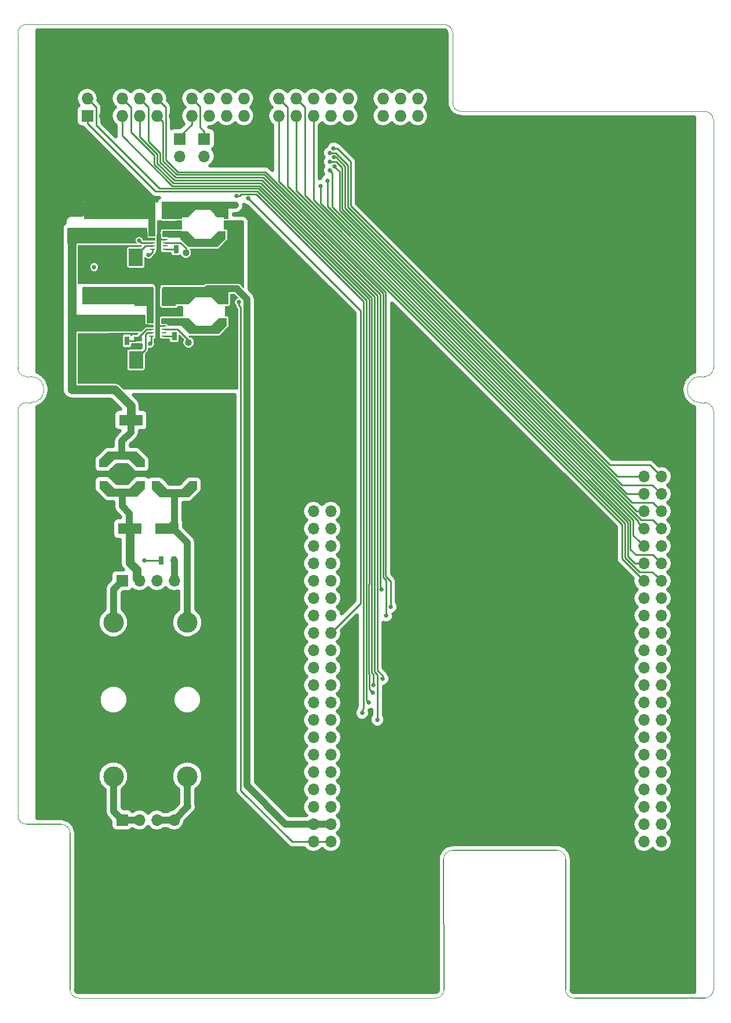
<source format=gtl>
G04 #@! TF.FileFunction,Copper,L1,Top,Signal*
%FSLAX46Y46*%
G04 Gerber Fmt 4.6, Leading zero omitted, Abs format (unit mm)*
G04 Created by KiCad (PCBNEW 4.0.7) date Thursday, June 21, 2018 'PMt' 03:52:58 PM*
%MOMM*%
%LPD*%
G01*
G04 APERTURE LIST*
%ADD10C,0.020000*%
%ADD11C,0.100000*%
%ADD12C,0.150000*%
%ADD13C,0.660400*%
%ADD14R,1.727200X1.727200*%
%ADD15O,1.727200X1.727200*%
%ADD16R,2.500000X2.000000*%
%ADD17R,2.000000X2.500000*%
%ADD18R,0.750000X1.200000*%
%ADD19R,3.500000X1.600000*%
%ADD20C,3.000000*%
%ADD21R,1.300000X0.700000*%
%ADD22R,0.700000X1.300000*%
%ADD23R,0.700000X0.250000*%
%ADD24R,0.640000X1.200000*%
%ADD25R,1.700000X1.700000*%
%ADD26O,1.700000X1.700000*%
%ADD27C,1.016000*%
%ADD28C,1.016000*%
%ADD29C,0.500000*%
%ADD30C,0.254000*%
%ADD31C,1.270000*%
%ADD32C,0.635000*%
%ADD33C,0.152400*%
%ADD34C,0.508000*%
G04 APERTURE END LIST*
D10*
D11*
X27927300Y-67271900D02*
G75*
G02X29222700Y-68567300I0J-1295400D01*
G01*
X11417300Y-68567300D02*
G75*
G02X12687300Y-67297300I1270000J0D01*
G01*
X-44437300Y-63512700D02*
G75*
G02X-43167300Y-64782700I0J-1270000D01*
G01*
X11442700Y-87642700D02*
G75*
G02X10172700Y-88912700I-1270000J0D01*
G01*
X30467300Y-88912700D02*
G75*
G02X29197300Y-87642700I0J1270000D01*
G01*
D12*
X30480000Y-88900000D02*
X49530000Y-88900000D01*
D11*
X-41922700Y-88887300D02*
G75*
G02X-43192700Y-87617300I0J1270000D01*
G01*
D12*
X-43167300Y-64782700D02*
X-43180000Y-87630000D01*
X-49530000Y-63500000D02*
X-44437300Y-63512700D01*
X29222700Y-68567300D02*
X29210000Y-87630000D01*
X12687300Y-67297300D02*
X27927300Y-67297300D01*
X11430000Y-87630000D02*
X11417300Y-68567300D01*
D11*
X-50800000Y-3175000D02*
G75*
G02X-49530000Y-1905000I1270000J0D01*
G01*
X-49530000Y-1905000D02*
X-48895000Y-1905000D01*
X-48895000Y1905000D02*
G75*
G02X-48895000Y-1905000I0J-1905000D01*
G01*
X-48895000Y1905000D02*
X-49530000Y1905000D01*
X-49530000Y1905000D02*
G75*
G02X-50800000Y3175000I0J1270000D01*
G01*
X-50800000Y52070000D02*
X-50800000Y3175000D01*
X-50800000Y52070000D02*
G75*
G02X-49530000Y53340000I1270000J0D01*
G01*
X11430000Y53340000D02*
X-49530000Y53340000D01*
X11430000Y53340000D02*
G75*
G02X12700000Y52070000I0J-1270000D01*
G01*
X12700000Y52070000D02*
X12700000Y41910000D01*
X13970000Y40640000D02*
G75*
G02X12700000Y41910000I0J1270000D01*
G01*
X13970000Y40640000D02*
X49530000Y40640000D01*
X49530000Y40640000D02*
G75*
G02X50800000Y39370000I0J-1270000D01*
G01*
X50800000Y3175000D02*
X50800000Y39370000D01*
X50800000Y3175000D02*
G75*
G02X49530000Y1905000I-1270000J0D01*
G01*
X48895000Y1905000D02*
X49530000Y1905000D01*
X48895000Y-1905000D02*
G75*
G02X48895000Y1905000I0J1905000D01*
G01*
X49530000Y-1905000D02*
X48895000Y-1905000D01*
X49530000Y-1905000D02*
G75*
G02X50800000Y-3175000I0J-1270000D01*
G01*
X50800000Y-87630000D02*
X50800000Y-3175000D01*
X50800000Y-87630000D02*
G75*
G02X49530000Y-88900000I-1270000J0D01*
G01*
X-41910000Y-88900000D02*
X10160000Y-88900000D01*
X-49517300Y-63512700D02*
G75*
G02X-50787300Y-62242700I0J1270000D01*
G01*
X-50800000Y-3175000D02*
X-50800000Y-62230000D01*
D13*
X-10604500Y15786100D03*
X-10604500Y12611100D03*
X-13779500Y9436100D03*
X-13779500Y12611100D03*
X-13779500Y15786100D03*
X-13779500Y18961100D03*
X-44259500Y-14693900D03*
X-44259500Y-12153900D03*
X-41719500Y-9613900D03*
X-44259500Y-9613900D03*
X-41719500Y-7073900D03*
X-44259500Y-7073900D03*
X-44259500Y-4533900D03*
X-41719500Y-4533900D03*
X-39179500Y-4533900D03*
X-22034500Y-26123900D03*
X-22034500Y-22948900D03*
X-22034500Y-19773900D03*
X-22034500Y-16598900D03*
X-22034500Y-13423900D03*
X-30289500Y-7073900D03*
X-24574500Y-1993900D03*
X-26479500Y-1993900D03*
X-28384500Y-1993900D03*
X-30289500Y-1993900D03*
X-28054300Y11341100D03*
X-29908500Y11341100D03*
X-28994100Y11341100D03*
X-27749500Y24041100D03*
X-28689300Y24041100D03*
X-29603700Y24041100D03*
X-30187900Y21475700D03*
X-30391100Y8750300D03*
X-24574500Y48806100D03*
X-29654500Y48806100D03*
X-34734500Y48806100D03*
X-39814500Y48806100D03*
X5905500Y48806100D03*
X825500Y48806100D03*
X-19494500Y48806100D03*
X-14414500Y48806100D03*
X-9334500Y48806100D03*
X-4254500Y48806100D03*
X36385500Y-68033900D03*
X36385500Y-83273900D03*
X41465500Y-78193900D03*
X41465500Y-83273900D03*
X36385500Y-78193900D03*
X41465500Y-73113900D03*
X36385500Y-73113900D03*
X-34734500Y-78193900D03*
X-34734500Y-83273900D03*
X-34734500Y-73113900D03*
X-29654500Y-83273900D03*
X-24574500Y-78193900D03*
X-24574500Y-83273900D03*
X-29654500Y-78193900D03*
X-24574500Y-73113900D03*
X-29654500Y-73113900D03*
X-19494500Y-83273900D03*
X-14414500Y-78193900D03*
X-14414500Y-83273900D03*
X-19494500Y-78193900D03*
X-9334500Y-83273900D03*
X-4254500Y-78193900D03*
X-4254500Y-83273900D03*
X-9334500Y-78193900D03*
X-4254500Y-73113900D03*
X-9334500Y-73113900D03*
X825500Y-83273900D03*
X5905500Y-83273900D03*
X825500Y-78193900D03*
X5905500Y-78193900D03*
X5905500Y-73113900D03*
X825500Y-68033900D03*
X5905500Y-68033900D03*
X825500Y-73113900D03*
X825500Y-62953900D03*
X5905500Y-62953900D03*
X5905500Y-57873900D03*
X825500Y-52793900D03*
X5905500Y-52793900D03*
X825500Y-57873900D03*
X10985500Y-62953900D03*
X16065500Y-62953900D03*
X21145500Y-62953900D03*
X26225500Y-62953900D03*
X31305500Y-62953900D03*
X36385500Y-62953900D03*
X10985500Y-57873900D03*
X16065500Y-57873900D03*
X21145500Y-57873900D03*
X26225500Y-57873900D03*
X31305500Y-57873900D03*
X36385500Y-57873900D03*
X10985500Y-52793900D03*
X16065500Y-52793900D03*
X21145500Y-52793900D03*
X26225500Y-52793900D03*
X31305500Y-52793900D03*
X36385500Y-52793900D03*
X10985500Y-47713900D03*
X16065500Y-47713900D03*
X21145500Y-47713900D03*
X26225500Y-47713900D03*
X31305500Y-47713900D03*
X36385500Y-47713900D03*
X10985500Y-42633900D03*
X16065500Y-42633900D03*
X21145500Y-42633900D03*
X26225500Y-42633900D03*
X31305500Y-42633900D03*
X36385500Y-42633900D03*
X10985500Y-37553900D03*
X16065500Y-37553900D03*
X21145500Y-37553900D03*
X26225500Y-37553900D03*
X31305500Y-37553900D03*
X36385500Y-37553900D03*
X10985500Y-32473900D03*
X16065500Y-32473900D03*
X21145500Y-32473900D03*
X26225500Y-32473900D03*
X31305500Y-32473900D03*
X36385500Y-32473900D03*
X10985500Y-27393900D03*
X16065500Y-27393900D03*
X21145500Y-27393900D03*
X26225500Y-27393900D03*
X31305500Y-27393900D03*
X36385500Y-27393900D03*
X10985500Y-22313900D03*
X16065500Y-22313900D03*
X21145500Y-22313900D03*
X26225500Y-22313900D03*
X31305500Y-22313900D03*
X10985500Y-17233900D03*
X16065500Y-17233900D03*
X21145500Y-17233900D03*
X26225500Y-17233900D03*
X31305500Y-17233900D03*
X10985500Y-12153900D03*
X16065500Y-12153900D03*
X21145500Y-12153900D03*
X26225500Y-12153900D03*
X41465500Y-7073900D03*
X36385500Y-7073900D03*
X21145500Y-7073900D03*
X16065500Y-7073900D03*
X10985500Y-7073900D03*
X41465500Y-1993900D03*
X31305500Y-1993900D03*
X36385500Y-1993900D03*
X16065500Y-1993900D03*
X10985500Y-1993900D03*
X41465500Y3086100D03*
X31305500Y3086100D03*
X36385500Y3086100D03*
X26225500Y3086100D03*
X10985500Y3086100D03*
X41465500Y8166100D03*
X31305500Y8166100D03*
X36385500Y8166100D03*
X26225500Y8166100D03*
X21145500Y8166100D03*
X41465500Y13246100D03*
X36385500Y13246100D03*
X21145500Y13246100D03*
X16065500Y13246100D03*
X41465500Y18326100D03*
X36385500Y18326100D03*
X21145500Y18326100D03*
X16065500Y18326100D03*
X10985500Y18326100D03*
X41465500Y23406100D03*
X36385500Y23406100D03*
X21145500Y23406100D03*
X16065500Y23406100D03*
X10985500Y23406100D03*
X41465500Y28486100D03*
X36385500Y28486100D03*
X21145500Y28486100D03*
X16065500Y28486100D03*
X10985500Y28486100D03*
X10985500Y33566100D03*
X16065500Y33566100D03*
X21145500Y33566100D03*
X26225500Y33566100D03*
X31305500Y33566100D03*
X36385500Y33566100D03*
X-34988500Y16548100D03*
X-19240500Y18580100D03*
X-19240500Y21120100D03*
X-27368500Y16548100D03*
X-29908500Y16548100D03*
X-32448500Y16548100D03*
X-24828500Y16548100D03*
X-20256500Y1816100D03*
X-20256500Y4102100D03*
X-25336500Y1816100D03*
X-22796500Y4102100D03*
X-25336500Y4102100D03*
X-22796500Y1816100D03*
X-27876500Y1816100D03*
X-27876500Y4102100D03*
X-30416500Y1816100D03*
D14*
X-40640000Y39992300D03*
D15*
X-40640000Y42532300D03*
X-38100000Y39992300D03*
X-38100000Y42532300D03*
X-35560000Y39992300D03*
X-35560000Y42532300D03*
X-33020000Y39992300D03*
X-33020000Y42532300D03*
X-30480000Y39992300D03*
X-30480000Y42532300D03*
X-27940000Y39992300D03*
X-27940000Y42532300D03*
X-25400000Y39992300D03*
X-25400000Y42532300D03*
X-22860000Y39992300D03*
X-22860000Y42532300D03*
X-20320000Y39992300D03*
X-20320000Y42532300D03*
X-17780000Y39992300D03*
X-17780000Y42532300D03*
X-15240000Y39992300D03*
X-15240000Y42532300D03*
X-12700000Y39992300D03*
X-12700000Y42532300D03*
X-10160000Y39992300D03*
X-10160000Y42532300D03*
X-7620000Y39992300D03*
X-7620000Y42532300D03*
X-5080000Y39992300D03*
X-5080000Y42532300D03*
X-2540000Y39992300D03*
X-2540000Y42532300D03*
X0Y39992300D03*
X0Y42532300D03*
X2540000Y39992300D03*
X2540000Y42532300D03*
X5080000Y39992300D03*
X5080000Y42532300D03*
X7620000Y39992300D03*
X7620000Y42532300D03*
D16*
X-35814000Y22384000D03*
X-35814000Y26384000D03*
D17*
X-33560000Y19304000D03*
X-37560000Y19304000D03*
D18*
X-27686000Y20508000D03*
X-27686000Y18608000D03*
D17*
X-28734000Y26162000D03*
X-32734000Y26162000D03*
D16*
X-35763200Y9709400D03*
X-35763200Y13709400D03*
D17*
X-33509200Y4318000D03*
X-37509200Y4318000D03*
D18*
X-27940000Y7808000D03*
X-27940000Y5908000D03*
D17*
X-28734000Y13462000D03*
X-32734000Y13462000D03*
D19*
X-34450000Y-20320000D03*
X-29050000Y-20320000D03*
X-34290000Y-4445000D03*
X-28890000Y-4445000D03*
D20*
X-36830000Y-34015000D03*
X-36830000Y-56515000D03*
X-26035000Y-34015000D03*
X-26035000Y-56515000D03*
D10*
G36*
X-20322000Y9317500D02*
X-21497000Y8142500D01*
X-25747000Y8142500D01*
X-26922000Y9317500D01*
X-20322000Y9317500D01*
X-20322000Y9317500D01*
G37*
G36*
X-20309500Y10442500D02*
X-20309500Y9317500D01*
X-21434500Y9317500D01*
X-21434500Y10442500D01*
X-20309500Y10442500D01*
X-20309500Y10442500D01*
G37*
G36*
X-25809500Y10442500D02*
X-25809500Y9317500D01*
X-26934500Y9317500D01*
X-26934500Y10442500D01*
X-25809500Y10442500D01*
X-25809500Y10442500D01*
G37*
G36*
X-22546500Y9317500D02*
X-21422500Y10442500D01*
X-21421500Y10442500D01*
X-20297500Y9317500D01*
X-22546500Y9317500D01*
X-22546500Y9317500D01*
G37*
G36*
X-26946500Y9317500D02*
X-25822500Y10442500D01*
X-25821500Y10442500D01*
X-24697500Y9317500D01*
X-26946500Y9317500D01*
X-26946500Y9317500D01*
G37*
G36*
X-26938373Y13543101D02*
X-25763373Y14718101D01*
X-21513373Y14718101D01*
X-20338373Y13543101D01*
X-26938373Y13543101D01*
X-26938373Y13543101D01*
G37*
G36*
X-26950873Y12418101D02*
X-26950873Y13543101D01*
X-25825873Y13543101D01*
X-25825873Y12418101D01*
X-26950873Y12418101D01*
X-26950873Y12418101D01*
G37*
G36*
X-24713873Y13543101D02*
X-25837873Y12418101D01*
X-25838873Y12418101D01*
X-26962873Y13543101D01*
X-24713873Y13543101D01*
X-24713873Y13543101D01*
G37*
G36*
X-21450873Y12418101D02*
X-21450873Y13543101D01*
X-20325873Y13543101D01*
X-20325873Y12418101D01*
X-21450873Y12418101D01*
X-21450873Y12418101D01*
G37*
G36*
X-20313873Y13543101D02*
X-21437873Y12418101D01*
X-21438873Y12418101D01*
X-22562873Y13543101D01*
X-20313873Y13543101D01*
X-20313873Y13543101D01*
G37*
G36*
X-32260000Y-14458101D02*
X-33435000Y-15633101D01*
X-37685000Y-15633101D01*
X-38860000Y-14458101D01*
X-32260000Y-14458101D01*
X-32260000Y-14458101D01*
G37*
G36*
X-32247500Y-13333101D02*
X-32247500Y-14458101D01*
X-33372500Y-14458101D01*
X-33372500Y-13333101D01*
X-32247500Y-13333101D01*
X-32247500Y-13333101D01*
G37*
G36*
X-37747500Y-13333101D02*
X-37747500Y-14458101D01*
X-38872500Y-14458101D01*
X-38872500Y-13333101D01*
X-37747500Y-13333101D01*
X-37747500Y-13333101D01*
G37*
G36*
X-34484500Y-14458101D02*
X-33360500Y-13333101D01*
X-33359500Y-13333101D01*
X-32235500Y-14458101D01*
X-34484500Y-14458101D01*
X-34484500Y-14458101D01*
G37*
G36*
X-38884500Y-14458101D02*
X-37760500Y-13333101D01*
X-37759500Y-13333101D01*
X-36635500Y-14458101D01*
X-38884500Y-14458101D01*
X-38884500Y-14458101D01*
G37*
G36*
X-38876373Y-10232500D02*
X-37701373Y-9057500D01*
X-33451373Y-9057500D01*
X-32276373Y-10232500D01*
X-38876373Y-10232500D01*
X-38876373Y-10232500D01*
G37*
G36*
X-38888873Y-11357500D02*
X-38888873Y-10232500D01*
X-37763873Y-10232500D01*
X-37763873Y-11357500D01*
X-38888873Y-11357500D01*
X-38888873Y-11357500D01*
G37*
G36*
X-36651873Y-10232500D02*
X-37775873Y-11357500D01*
X-37776873Y-11357500D01*
X-38900873Y-10232500D01*
X-36651873Y-10232500D01*
X-36651873Y-10232500D01*
G37*
G36*
X-33388873Y-11357500D02*
X-33388873Y-10232500D01*
X-32263873Y-10232500D01*
X-32263873Y-11357500D01*
X-33388873Y-11357500D01*
X-33388873Y-11357500D01*
G37*
G36*
X-32251873Y-10232500D02*
X-33375873Y-11357500D01*
X-33376873Y-11357500D01*
X-34500873Y-10232500D01*
X-32251873Y-10232500D01*
X-32251873Y-10232500D01*
G37*
G36*
X-24640000Y-14532500D02*
X-25815000Y-15707500D01*
X-30065000Y-15707500D01*
X-31240000Y-14532500D01*
X-24640000Y-14532500D01*
X-24640000Y-14532500D01*
G37*
G36*
X-24627500Y-13407500D02*
X-24627500Y-14532500D01*
X-25752500Y-14532500D01*
X-25752500Y-13407500D01*
X-24627500Y-13407500D01*
X-24627500Y-13407500D01*
G37*
G36*
X-30127500Y-13407500D02*
X-30127500Y-14532500D01*
X-31252500Y-14532500D01*
X-31252500Y-13407500D01*
X-30127500Y-13407500D01*
X-30127500Y-13407500D01*
G37*
G36*
X-26864500Y-14532500D02*
X-25740500Y-13407500D01*
X-25739500Y-13407500D01*
X-24615500Y-14532500D01*
X-26864500Y-14532500D01*
X-26864500Y-14532500D01*
G37*
G36*
X-31264500Y-14532500D02*
X-30140500Y-13407500D01*
X-30139500Y-13407500D01*
X-29015500Y-14532500D01*
X-31264500Y-14532500D01*
X-31264500Y-14532500D01*
G37*
G36*
X-31256373Y-10306899D02*
X-30081373Y-9131899D01*
X-25831373Y-9131899D01*
X-24656373Y-10306899D01*
X-31256373Y-10306899D01*
X-31256373Y-10306899D01*
G37*
G36*
X-31268873Y-11431899D02*
X-31268873Y-10306899D01*
X-30143873Y-10306899D01*
X-30143873Y-11431899D01*
X-31268873Y-11431899D01*
X-31268873Y-11431899D01*
G37*
G36*
X-29031873Y-10306899D02*
X-30155873Y-11431899D01*
X-30156873Y-11431899D01*
X-31280873Y-10306899D01*
X-29031873Y-10306899D01*
X-29031873Y-10306899D01*
G37*
G36*
X-25768873Y-11431899D02*
X-25768873Y-10306899D01*
X-24643873Y-10306899D01*
X-24643873Y-11431899D01*
X-25768873Y-11431899D01*
X-25768873Y-11431899D01*
G37*
G36*
X-24631873Y-10306899D02*
X-25755873Y-11431899D01*
X-25756873Y-11431899D01*
X-26880873Y-10306899D01*
X-24631873Y-10306899D01*
X-24631873Y-10306899D01*
G37*
G36*
X-20449000Y22017500D02*
X-21624000Y20842500D01*
X-25874000Y20842500D01*
X-27049000Y22017500D01*
X-20449000Y22017500D01*
X-20449000Y22017500D01*
G37*
G36*
X-20436500Y23142500D02*
X-20436500Y22017500D01*
X-21561500Y22017500D01*
X-21561500Y23142500D01*
X-20436500Y23142500D01*
X-20436500Y23142500D01*
G37*
G36*
X-25936500Y23142500D02*
X-25936500Y22017500D01*
X-27061500Y22017500D01*
X-27061500Y23142500D01*
X-25936500Y23142500D01*
X-25936500Y23142500D01*
G37*
G36*
X-22673500Y22017500D02*
X-21549500Y23142500D01*
X-21548500Y23142500D01*
X-20424500Y22017500D01*
X-22673500Y22017500D01*
X-22673500Y22017500D01*
G37*
G36*
X-27073500Y22017500D02*
X-25949500Y23142500D01*
X-25948500Y23142500D01*
X-24824500Y22017500D01*
X-27073500Y22017500D01*
X-27073500Y22017500D01*
G37*
G36*
X-27065373Y26243101D02*
X-25890373Y27418101D01*
X-21640373Y27418101D01*
X-20465373Y26243101D01*
X-27065373Y26243101D01*
X-27065373Y26243101D01*
G37*
G36*
X-27077873Y25118101D02*
X-27077873Y26243101D01*
X-25952873Y26243101D01*
X-25952873Y25118101D01*
X-27077873Y25118101D01*
X-27077873Y25118101D01*
G37*
G36*
X-24840873Y26243101D02*
X-25964873Y25118101D01*
X-25965873Y25118101D01*
X-27089873Y26243101D01*
X-24840873Y26243101D01*
X-24840873Y26243101D01*
G37*
G36*
X-21577873Y25118101D02*
X-21577873Y26243101D01*
X-20452873Y26243101D01*
X-20452873Y25118101D01*
X-21577873Y25118101D01*
X-21577873Y25118101D01*
G37*
G36*
X-20440873Y26243101D02*
X-21564873Y25118101D01*
X-21565873Y25118101D01*
X-22689873Y26243101D01*
X-20440873Y26243101D01*
X-20440873Y26243101D01*
G37*
D21*
X-33274000Y7366000D03*
X-33274000Y9266000D03*
D22*
X-36764000Y7112000D03*
X-34864000Y7112000D03*
X-29855200Y-24968200D03*
X-27955200Y-24968200D03*
D23*
X-31151000Y22463000D03*
X-31151000Y21963000D03*
X-31151000Y21463000D03*
X-31151000Y20963000D03*
X-31151000Y20463000D03*
X-29301000Y20463000D03*
X-29301000Y20963000D03*
X-29301000Y21463000D03*
X-29301000Y21963000D03*
X-29301000Y22463000D03*
D24*
X-30226000Y20863000D03*
X-30226000Y22063000D03*
D23*
X-31314000Y9798000D03*
X-31314000Y9298000D03*
X-31314000Y8798000D03*
X-31314000Y8298000D03*
X-31314000Y7798000D03*
X-29464000Y7798000D03*
X-29464000Y8298000D03*
X-29464000Y8798000D03*
X-29464000Y9298000D03*
X-29464000Y9798000D03*
D24*
X-30389000Y8198000D03*
X-30389000Y9398000D03*
D25*
X-35560000Y-62865000D03*
D26*
X-33020000Y-62865000D03*
X-30480000Y-62865000D03*
X-27940000Y-62865000D03*
D25*
X-35560000Y-27940000D03*
D26*
X-33020000Y-27940000D03*
X-30480000Y-27940000D03*
X-27940000Y-27940000D03*
D25*
X-23558500Y36614100D03*
D26*
X-23558500Y34074100D03*
D25*
X-27114500Y36614100D03*
D26*
X-27114500Y34074100D03*
D25*
X40640000Y-68580000D03*
D26*
X43180000Y-68580000D03*
X40640000Y-66040000D03*
X43180000Y-66040000D03*
X40640000Y-63500000D03*
X43180000Y-63500000D03*
X40640000Y-60960000D03*
X43180000Y-60960000D03*
X40640000Y-58420000D03*
X43180000Y-58420000D03*
X40640000Y-55880000D03*
X43180000Y-55880000D03*
X40640000Y-53340000D03*
X43180000Y-53340000D03*
X40640000Y-50800000D03*
X43180000Y-50800000D03*
X40640000Y-48260000D03*
X43180000Y-48260000D03*
X40640000Y-45720000D03*
X43180000Y-45720000D03*
X40640000Y-43180000D03*
X43180000Y-43180000D03*
X40640000Y-40640000D03*
X43180000Y-40640000D03*
X40640000Y-38100000D03*
X43180000Y-38100000D03*
X40640000Y-35560000D03*
X43180000Y-35560000D03*
X40640000Y-33020000D03*
X43180000Y-33020000D03*
X40640000Y-30480000D03*
X43180000Y-30480000D03*
X40640000Y-27940000D03*
X43180000Y-27940000D03*
X40640000Y-25400000D03*
X43180000Y-25400000D03*
X40640000Y-22860000D03*
X43180000Y-22860000D03*
X40640000Y-20320000D03*
X43180000Y-20320000D03*
X40640000Y-17780000D03*
X43180000Y-17780000D03*
X40640000Y-15240000D03*
X43180000Y-15240000D03*
X40640000Y-12700000D03*
X43180000Y-12700000D03*
D25*
X-7620000Y-68580000D03*
D26*
X-5080000Y-68580000D03*
X-7620000Y-66040000D03*
X-5080000Y-66040000D03*
X-7620000Y-63500000D03*
X-5080000Y-63500000D03*
X-7620000Y-60960000D03*
X-5080000Y-60960000D03*
X-7620000Y-58420000D03*
X-5080000Y-58420000D03*
X-7620000Y-55880000D03*
X-5080000Y-55880000D03*
X-7620000Y-53340000D03*
X-5080000Y-53340000D03*
X-7620000Y-50800000D03*
X-5080000Y-50800000D03*
X-7620000Y-48260000D03*
X-5080000Y-48260000D03*
X-7620000Y-45720000D03*
X-5080000Y-45720000D03*
X-7620000Y-43180000D03*
X-5080000Y-43180000D03*
X-7620000Y-40640000D03*
X-5080000Y-40640000D03*
X-7620000Y-38100000D03*
X-5080000Y-38100000D03*
X-7620000Y-35560000D03*
X-5080000Y-35560000D03*
X-7620000Y-33020000D03*
X-5080000Y-33020000D03*
X-7620000Y-30480000D03*
X-5080000Y-30480000D03*
X-7620000Y-27940000D03*
X-5080000Y-27940000D03*
X-7620000Y-25400000D03*
X-5080000Y-25400000D03*
X-7620000Y-22860000D03*
X-5080000Y-22860000D03*
X-7620000Y-20320000D03*
X-5080000Y-20320000D03*
X-7620000Y-17780000D03*
X-5080000Y-17780000D03*
X-7620000Y-15240000D03*
X-5080000Y-15240000D03*
X-7620000Y-12700000D03*
X-5080000Y-12700000D03*
D13*
X-30416500Y4102100D03*
X41465500Y33566100D03*
X-39643198Y17879234D03*
X-19015731Y26917096D03*
X-27101800Y27127200D03*
X-31699200Y19685000D03*
X-32308451Y-24996717D03*
X-39643198Y16870785D03*
X-39643198Y18941902D03*
X-39573200Y4622800D03*
X-39573200Y5486400D03*
X-39576000Y6350000D03*
X-34443718Y-18139319D03*
X-27936560Y-17394856D03*
X-38608000Y26670000D03*
X-39370000Y26670000D03*
X-38354000Y13868400D03*
X-39268400Y13868400D03*
X-40132000Y13868400D03*
X-31475903Y6668188D03*
X-27025600Y14478000D03*
X-5588000Y30480000D03*
X-17124873Y27920428D03*
X482600Y-45720000D03*
X1053201Y-44309401D03*
X1117623Y-43180000D03*
X1730884Y-48230932D03*
X2456731Y-42242694D03*
X2325482Y-29232743D03*
X2970176Y-33038911D03*
X3645027Y-31753479D03*
X-6604000Y29718000D03*
X-5223615Y32014796D03*
X-4575641Y32630370D03*
X-5223615Y33278342D03*
X-4608040Y33926317D03*
X-5191216Y34574291D03*
X-4669358Y35223208D03*
X-18877186Y28253968D03*
X-508000Y-47244000D03*
X-18499525Y12758402D03*
X-33070800Y21793200D03*
D27*
X-26256200Y19980306D03*
X-25844500Y6896100D03*
D28*
X-19038809Y26928635D02*
X-20317339Y26928635D01*
X-20317339Y26928635D02*
X-21565373Y25680601D01*
D29*
X-23765373Y26830601D02*
X-23739729Y26856245D01*
D30*
X-31550000Y19685000D02*
X-31699200Y19685000D01*
X-31151000Y20463000D02*
X-31151000Y20084000D01*
X-31151000Y20084000D02*
X-31550000Y19685000D01*
X-32279934Y-24968200D02*
X-32308451Y-24996717D01*
X-29855200Y-24968200D02*
X-32279934Y-24968200D01*
X-29301000Y21963000D02*
X-30126000Y21963000D01*
X-30126000Y21963000D02*
X-30226000Y22063000D01*
X-29464000Y9298000D02*
X-30289000Y9298000D01*
X-30289000Y9298000D02*
X-30389000Y9398000D01*
D31*
X-34450000Y-20320000D02*
X-34450000Y-25279881D01*
X-34450000Y-25279881D02*
X-33389686Y-26340195D01*
X-33389686Y-26340195D02*
X-33389686Y-27570314D01*
X-33389686Y-27570314D02*
X-33020000Y-27940000D01*
D28*
X-34450000Y-20320000D02*
X-34671000Y-20320000D01*
X-34671000Y-20320000D02*
X-34472630Y-20121630D01*
X-34472630Y-20121630D02*
X-34472630Y-18109255D01*
X-34472630Y-18109255D02*
X-35560000Y-17021885D01*
X-35560000Y-17021885D02*
X-35560000Y-15045601D01*
X-28829000Y-20320000D02*
X-27940000Y-19431000D01*
X-27940000Y-19431000D02*
X-27940000Y-15120000D01*
X-29050000Y-20320000D02*
X-28829000Y-20320000D01*
X-26035000Y-34015000D02*
X-26035000Y-22385000D01*
X-26035000Y-22385000D02*
X-28100000Y-20320000D01*
X-28100000Y-20320000D02*
X-29050000Y-20320000D01*
D31*
X-34290000Y-4445000D02*
X-34290000Y-2375000D01*
X-34290000Y-2375000D02*
X-36658102Y-6898D01*
X-36658102Y-6898D02*
X-42926000Y-6898D01*
X-42926000Y-6898D02*
X-42926000Y9436100D01*
X-42926000Y9436100D02*
X-42926000Y22384000D01*
X-42926000Y22384000D02*
X-35814000Y22384000D01*
X-42926000Y9436100D02*
X-42652700Y9709400D01*
X-42652700Y9709400D02*
X-35763200Y9709400D01*
D28*
X-34290000Y-4445000D02*
X-34290000Y-6261000D01*
X-35576373Y-7547373D02*
X-35576373Y-9645000D01*
X-34290000Y-6261000D02*
X-35576373Y-7547373D01*
D31*
X-35763200Y13709400D02*
X-35918786Y13864986D01*
X-35918786Y13864986D02*
X-40128586Y13864986D01*
X-40128586Y13864986D02*
X-40132000Y13868400D01*
X-35814000Y26384000D02*
X-36084675Y26654675D01*
X-36084675Y26654675D02*
X-39354675Y26654675D01*
X-39354675Y26654675D02*
X-39370000Y26670000D01*
D28*
X-27956373Y-7273427D02*
X-27956373Y-9719399D01*
X-28890000Y-6339800D02*
X-27956373Y-7273427D01*
X-28890000Y-4445000D02*
X-28890000Y-6339800D01*
D30*
X-31151000Y20963000D02*
X-32151000Y20963000D01*
X-32151000Y20963000D02*
X-33560000Y19554000D01*
X-33560000Y19554000D02*
X-33560000Y19304000D01*
X-29301000Y20463000D02*
X-27731000Y20463000D01*
X-27731000Y20463000D02*
X-27686000Y20508000D01*
X-31314000Y8298000D02*
X-31918000Y8298000D01*
X-31918000Y8298000D02*
X-32164941Y8051059D01*
X-32164941Y5879548D02*
X-33509200Y4535289D01*
X-32164941Y8051059D02*
X-32164941Y5879548D01*
X-33509200Y4535289D02*
X-33509200Y4318000D01*
X-29464000Y7798000D02*
X-27950000Y7798000D01*
X-27950000Y7798000D02*
X-27940000Y7808000D01*
D28*
X-23072759Y14696215D02*
X-18732500Y14696215D01*
X-18732500Y14620904D02*
X-17357696Y13246100D01*
X-17357696Y13246100D02*
X-17357696Y-57851704D01*
D30*
X-18732500Y14696215D02*
X-18732500Y14620904D01*
D32*
X-23638373Y14130601D02*
X-23072759Y14696215D01*
D28*
X-17357696Y-57851704D02*
X-11709400Y-63500000D01*
X-8822081Y-63500000D02*
X-7620000Y-63500000D01*
X-11709400Y-63500000D02*
X-8822081Y-63500000D01*
X-5080000Y-63500000D02*
X-7620000Y-63500000D01*
D30*
X-31314000Y6830091D02*
X-31475903Y6668188D01*
X-31314000Y7798000D02*
X-31314000Y6830091D01*
D28*
X-36830000Y-34015000D02*
X-36830000Y-29210000D01*
X-36830000Y-29210000D02*
X-35560000Y-27940000D01*
X-35560000Y-62865000D02*
X-33020000Y-62865000D01*
X-36830000Y-56515000D02*
X-36830000Y-61595000D01*
X-36830000Y-61595000D02*
X-35560000Y-62865000D01*
X-25984200Y-60909200D02*
X-26035000Y-60858400D01*
X-26035000Y-60858400D02*
X-26035000Y-56515000D01*
X-27940000Y-62865000D02*
X-25984200Y-60909200D01*
X-30480000Y-62865000D02*
X-27940000Y-62865000D01*
X-27940000Y-27940000D02*
X-27940000Y-24983400D01*
X-27940000Y-24983400D02*
X-27955200Y-24968200D01*
D30*
X-5588000Y26772941D02*
X-5588000Y30013027D01*
X-5588000Y30013027D02*
X-5588000Y30480000D01*
X41926595Y-19066595D02*
X40251536Y-19066595D01*
X43180000Y-20320000D02*
X41926595Y-19066595D01*
X40251536Y-19066595D02*
X-5588000Y26772941D01*
X-25400000Y42532300D02*
X-24160918Y41293218D01*
X-24160918Y41293218D02*
X-24160918Y38320518D01*
X-24160918Y38320518D02*
X-23558500Y37718100D01*
X-23558500Y37718100D02*
X-23558500Y36614100D01*
X-726327Y-31206327D02*
X-726327Y11521882D01*
X-16794674Y27590229D02*
X-17124873Y27920428D01*
X-5080000Y-35560000D02*
X-726327Y-31206327D01*
X-726327Y11521882D02*
X-16794674Y27590229D01*
X101610Y-45339010D02*
X152401Y-45389801D01*
X90237Y-41708231D02*
X101610Y-41719604D01*
X101610Y13036818D02*
X101610Y-28255401D01*
X-15802221Y28940649D02*
X101610Y13036818D01*
X-30705949Y28940649D02*
X-15802221Y28940649D01*
X-40640000Y39992300D02*
X-40640000Y38874700D01*
X90237Y-28266774D02*
X90237Y-41708231D01*
X101610Y-41719604D02*
X101610Y-45339010D01*
X101610Y-28255401D02*
X90237Y-28266774D01*
X-40640000Y38874700D02*
X-30705949Y28940649D01*
X152401Y-45389801D02*
X482600Y-45720000D01*
X-39348889Y41241189D02*
X-39776401Y41668701D01*
X-39348889Y38601476D02*
X-39348889Y41241189D01*
X-15633881Y29347060D02*
X-30094473Y29347060D01*
X508021Y13205158D02*
X-15633881Y29347060D01*
X508021Y-28423741D02*
X508021Y13205158D01*
X496648Y-41539891D02*
X496648Y-28435114D01*
X508021Y-41551264D02*
X496648Y-41539891D01*
X508021Y-43764221D02*
X508021Y-41551264D01*
X496648Y-28435114D02*
X508021Y-28423741D01*
X1053201Y-44309401D02*
X508021Y-43764221D01*
X-30094473Y29347060D02*
X-39348889Y38601476D01*
X-39776401Y41668701D02*
X-40640000Y42532300D01*
X1117623Y-42713027D02*
X1117623Y-43180000D01*
X-35560000Y39992300D02*
X-35560000Y37049575D01*
X-35560000Y37049575D02*
X-28263896Y29753471D01*
X914432Y-28592081D02*
X903059Y-28603454D01*
X1117623Y-41586115D02*
X1117623Y-42713027D01*
X914432Y13373498D02*
X914432Y-28592081D01*
X-28263896Y29753471D02*
X-15465541Y29753471D01*
X903059Y-41371551D02*
X1117623Y-41586115D01*
X-15465541Y29753471D02*
X914432Y13373498D01*
X903059Y-28603454D02*
X903059Y-41371551D01*
X1309470Y-28771794D02*
X1309470Y-41203211D01*
X1309470Y-41203211D02*
X1730884Y-41624625D01*
X1730884Y-41624625D02*
X1730884Y-47763959D01*
X1320843Y13541838D02*
X1320843Y-28760421D01*
X1320843Y-28760421D02*
X1309470Y-28771794D01*
X-15297201Y30159882D02*
X1320843Y13541838D01*
X-28095556Y30159882D02*
X-15297201Y30159882D01*
X-30833967Y32898293D02*
X-28095556Y30159882D01*
X-30833967Y34174590D02*
X-30833967Y32898293D01*
X-34283509Y37624132D02*
X-30833967Y34174590D01*
X-35560000Y42532300D02*
X-34283509Y41255809D01*
X1730884Y-47763959D02*
X1730884Y-48230932D01*
X-34283509Y41255809D02*
X-34283509Y37624132D01*
X1715881Y-41034871D02*
X2456731Y-41775721D01*
X1727254Y-28928761D02*
X1715881Y-28940134D01*
X-30427556Y34342930D02*
X-30427556Y33066633D01*
X-33020000Y39992300D02*
X-33020000Y36935374D01*
X-33020000Y36935374D02*
X-30427556Y34342930D01*
X-30427556Y33066633D02*
X-27927216Y30566293D01*
X-27927216Y30566293D02*
X-15128861Y30566293D01*
X-15128861Y30566293D02*
X1727254Y13710178D01*
X1727254Y13710178D02*
X1727254Y-28928761D01*
X1715881Y-28940134D02*
X1715881Y-41034871D01*
X2456731Y-41775721D02*
X2456731Y-42242694D01*
X-33020000Y42532300D02*
X-31746619Y41258919D01*
X-31746619Y41258919D02*
X-31746619Y36236744D01*
X-31746619Y36236744D02*
X-30021145Y34511270D01*
X-30021145Y34511270D02*
X-30021145Y33234973D01*
X-30021145Y33234973D02*
X-27758876Y30972704D01*
X-27758876Y30972704D02*
X-14960521Y30972704D01*
X-14960521Y30972704D02*
X2133665Y13878518D01*
X2133665Y13878518D02*
X2133665Y-29053095D01*
X2133665Y-29053095D02*
X2313313Y-29232743D01*
X2313313Y-29232743D02*
X2325482Y-29232743D01*
X2540076Y-27453004D02*
X2970176Y-27883104D01*
X-29614734Y33403313D02*
X-27590536Y31379115D01*
X-27590536Y31379115D02*
X-14792181Y31379115D01*
X2540076Y14046858D02*
X2540076Y-27453004D01*
X2970176Y-32571938D02*
X2970176Y-33038911D01*
X-30480000Y39992300D02*
X-29614734Y39127034D01*
X2970176Y-27883104D02*
X2970176Y-32571938D01*
X-29614734Y39127034D02*
X-29614734Y33403313D01*
X-14792181Y31379115D02*
X2540076Y14046858D01*
X3645027Y-31286506D02*
X3645027Y-31753479D01*
X2946487Y-27284664D02*
X3645027Y-27983204D01*
X3645027Y-27983204D02*
X3645027Y-31286506D01*
X2946487Y14215198D02*
X2946487Y-27284664D01*
X-14623841Y31785526D02*
X2946487Y14215198D01*
X-27422196Y31785526D02*
X-14623841Y31785526D01*
X-29208323Y41260623D02*
X-29208323Y33571653D01*
X-29208323Y33571653D02*
X-27422196Y31785526D01*
X-30480000Y42532300D02*
X-29208323Y41260623D01*
X-6604000Y29718000D02*
X-6604000Y27214190D01*
X-6604000Y27214190D02*
X39790001Y-19179811D01*
X39790001Y-19179811D02*
X39790001Y-19470001D01*
X39790001Y-19470001D02*
X40640000Y-20320000D01*
X-27114500Y36614100D02*
X-27114500Y36998964D01*
X-27114500Y36998964D02*
X-25400000Y38713464D01*
X-25400000Y38713464D02*
X-25400000Y38770986D01*
X-25400000Y38770986D02*
X-25400000Y39992300D01*
X-25400000Y39992300D02*
X-25400000Y39624000D01*
X39539692Y-17780000D02*
X-4893416Y26653108D01*
X-4893416Y26653108D02*
X-4893416Y31684597D01*
X-4893416Y31684597D02*
X-5223615Y32014796D01*
X40640000Y-17780000D02*
X39539692Y-17780000D01*
X43180000Y-17780000D02*
X41926887Y-16526887D01*
X38861330Y-16526887D02*
X-3816461Y26150904D01*
X-3816461Y31871190D02*
X-4245442Y32300171D01*
X-4245442Y32300171D02*
X-4575641Y32630370D01*
X-3816461Y26150904D02*
X-3816461Y31871190D01*
X41926887Y-16526887D02*
X38861330Y-16526887D01*
X-4756642Y33278342D02*
X-5223615Y33278342D01*
X40640000Y-15240000D02*
X38149194Y-15240000D01*
X-4256605Y33278342D02*
X-4756642Y33278342D01*
X-3410050Y32431787D02*
X-4256605Y33278342D01*
X38149194Y-15240000D02*
X-3410050Y26319244D01*
X-3410050Y26319244D02*
X-3410050Y32431787D01*
X-4297431Y33926317D02*
X-4608040Y33926317D01*
X-3003639Y32632525D02*
X-4297431Y33926317D01*
X-3003639Y26487584D02*
X-3003639Y32632525D01*
X37440239Y-13956294D02*
X-3003639Y26487584D01*
X41896294Y-13956294D02*
X37440239Y-13956294D01*
X43180000Y-15240000D02*
X41896294Y-13956294D01*
X-4724243Y34574291D02*
X-5191216Y34574291D01*
X-4370654Y34574291D02*
X-4724243Y34574291D01*
X-2597228Y32800865D02*
X-4370654Y34574291D01*
X36758696Y-12700000D02*
X-2597228Y26655924D01*
X40640000Y-12700000D02*
X36758696Y-12700000D01*
X-2597228Y26655924D02*
X-2597228Y32800865D01*
X-4132372Y35223208D02*
X-4202385Y35223208D01*
X43180000Y-12700000D02*
X41503600Y-11023600D01*
X41503600Y-11023600D02*
X35687000Y-11023600D01*
X35687000Y-11023600D02*
X-2190817Y26854217D01*
X-2190817Y26854217D02*
X-2190817Y33281653D01*
X-2190817Y33281653D02*
X-4132372Y35223208D01*
X-4202385Y35223208D02*
X-4669358Y35223208D01*
X-12700000Y39992300D02*
X-12700000Y30436435D01*
X-12700000Y30436435D02*
X37461317Y-19724882D01*
X37461317Y-19724882D02*
X37461317Y-24736107D01*
X37461317Y-24736107D02*
X39790001Y-27064791D01*
X39790001Y-27064791D02*
X39790001Y-27090001D01*
X39790001Y-27090001D02*
X40640000Y-27940000D01*
X-11405138Y41237438D02*
X-11405138Y29716324D01*
X-11405138Y29716324D02*
X37867728Y-19556542D01*
X41891216Y-26651216D02*
X42330001Y-27090001D01*
X42330001Y-27090001D02*
X43180000Y-27940000D01*
X37867728Y-24537034D02*
X39981910Y-26651216D01*
X39981910Y-26651216D02*
X41891216Y-26651216D01*
X37867728Y-19556542D02*
X37867728Y-24537034D01*
X-12700000Y42532300D02*
X-11405138Y41237438D01*
X39437919Y-25400000D02*
X40640000Y-25400000D01*
X39305445Y-25400000D02*
X39437919Y-25400000D01*
X-10160000Y29045937D02*
X38274139Y-19388202D01*
X38274139Y-24368694D02*
X39305445Y-25400000D01*
X38274139Y-19388202D02*
X38274139Y-24368694D01*
X-10160000Y39992300D02*
X-10160000Y29045937D01*
X43180000Y-25400000D02*
X41906205Y-24126205D01*
X41906205Y-24126205D02*
X39476855Y-24126205D01*
X39476855Y-24126205D02*
X38680550Y-23329900D01*
X38680550Y-23329900D02*
X38680550Y-19219862D01*
X38680550Y-19219862D02*
X-8888180Y28348868D01*
X-8888180Y28348868D02*
X-8888180Y41260480D01*
X-8888180Y41260480D02*
X-10160000Y42532300D01*
X39086961Y-21306961D02*
X39790001Y-22010001D01*
X39790001Y-22010001D02*
X40640000Y-22860000D01*
X39086961Y-19051522D02*
X39086961Y-21306961D01*
X-7620000Y27655439D02*
X39086961Y-19051522D01*
X-7620000Y39992300D02*
X-7620000Y27655439D01*
X-18134152Y28530029D02*
X-18410213Y28253968D01*
X-508000Y-47244000D02*
X-508000Y-46777027D01*
X-15966352Y28530029D02*
X-18134152Y28530029D01*
X-18410213Y28253968D02*
X-18877186Y28253968D01*
X-319916Y-46588943D02*
X-319916Y12883593D01*
X-508000Y-46777027D02*
X-319916Y-46588943D01*
X-319916Y12883593D02*
X-15966352Y28530029D01*
X-7620000Y-66040000D02*
X-10763315Y-66040000D01*
X-10763315Y-66040000D02*
X-18233057Y-58570258D01*
X-18233057Y-58570258D02*
X-18233057Y12024961D01*
X-18233057Y12024961D02*
X-18499525Y12291429D01*
X-18499525Y12291429D02*
X-18499525Y12758402D01*
X-7620000Y-66040000D02*
X-5080000Y-66040000D01*
X-32740600Y21463000D02*
X-33070800Y21793200D01*
X-31151000Y21463000D02*
X-32740600Y21463000D01*
X-34260000Y7112000D02*
X-34864000Y7112000D01*
X-33693400Y7112000D02*
X-34260000Y7112000D01*
X-32007400Y8798000D02*
X-33693400Y7112000D01*
X-31314000Y8798000D02*
X-32007400Y8798000D01*
X-27020474Y21463000D02*
X-26256200Y20698726D01*
X-26256200Y20698726D02*
X-26256200Y19980306D01*
X-29301000Y21463000D02*
X-27020474Y21463000D01*
X-25844500Y7190422D02*
X-25844500Y6896100D01*
X-29464000Y8798000D02*
X-27452078Y8798000D01*
X-27452078Y8798000D02*
X-25844500Y7190422D01*
D33*
G36*
X-26746200Y9372600D02*
X-28880922Y9372600D01*
X-28880922Y9423000D01*
X-28896862Y9507714D01*
X-28946928Y9585518D01*
X-29023320Y9637715D01*
X-29114000Y9656078D01*
X-29743400Y9656078D01*
X-29743400Y10330295D01*
X-29742155Y10336555D01*
X-29735895Y10337800D01*
X-26746200Y10337800D01*
X-26746200Y9372600D01*
X-26746200Y9372600D01*
G37*
X-26746200Y9372600D02*
X-28880922Y9372600D01*
X-28880922Y9423000D01*
X-28896862Y9507714D01*
X-28946928Y9585518D01*
X-29023320Y9637715D01*
X-29114000Y9656078D01*
X-29743400Y9656078D01*
X-29743400Y10330295D01*
X-29742155Y10336555D01*
X-29735895Y10337800D01*
X-26746200Y10337800D01*
X-26746200Y9372600D01*
G36*
X-32207200Y9677400D02*
X-32191566Y9594314D01*
X-32142462Y9518004D01*
X-32067538Y9466810D01*
X-31978600Y9448800D01*
X-31707841Y9448800D01*
X-31664000Y9439922D01*
X-31038800Y9439922D01*
X-31038800Y9156078D01*
X-31664000Y9156078D01*
X-31677169Y9153600D01*
X-32007400Y9153600D01*
X-32143483Y9126532D01*
X-32258847Y9049447D01*
X-32724967Y8583327D01*
X-42837100Y8572581D01*
X-42837100Y10833181D01*
X-32207200Y10844477D01*
X-32207200Y9677400D01*
X-32207200Y9677400D01*
G37*
X-32207200Y9677400D02*
X-32191566Y9594314D01*
X-32142462Y9518004D01*
X-32067538Y9466810D01*
X-31978600Y9448800D01*
X-31707841Y9448800D01*
X-31664000Y9439922D01*
X-31038800Y9439922D01*
X-31038800Y9156078D01*
X-31664000Y9156078D01*
X-31677169Y9153600D01*
X-32007400Y9153600D01*
X-32143483Y9126532D01*
X-32258847Y9049447D01*
X-32724967Y8583327D01*
X-42837100Y8572581D01*
X-42837100Y10833181D01*
X-32207200Y10844477D01*
X-32207200Y9677400D01*
G36*
X-31014133Y9753600D02*
X-31902400Y9753600D01*
X-31902400Y12446000D01*
X-31908403Y12475646D01*
X-31925468Y12500621D01*
X-31950905Y12516989D01*
X-31978600Y12522200D01*
X-41325800Y12522200D01*
X-41325800Y14909800D01*
X-31063475Y14909800D01*
X-31014133Y9753600D01*
X-31014133Y9753600D01*
G37*
X-31014133Y9753600D02*
X-31902400Y9753600D01*
X-31902400Y12446000D01*
X-31908403Y12475646D01*
X-31925468Y12500621D01*
X-31950905Y12516989D01*
X-31978600Y12522200D01*
X-41325800Y12522200D01*
X-41325800Y14909800D01*
X-31063475Y14909800D01*
X-31014133Y9753600D01*
G36*
X-20142200Y12522200D02*
X-20497800Y12522200D01*
X-20497800Y13462000D01*
X-20503011Y13489695D01*
X-20519379Y13515132D01*
X-20544354Y13532197D01*
X-20574000Y13538200D01*
X-26670000Y13538200D01*
X-26697695Y13532989D01*
X-26723132Y13516621D01*
X-26740197Y13491646D01*
X-26746200Y13462000D01*
X-26746200Y12522200D01*
X-29641800Y12522200D01*
X-29641800Y14909800D01*
X-20142200Y14909800D01*
X-20142200Y12522200D01*
X-20142200Y12522200D01*
G37*
X-20142200Y12522200D02*
X-20497800Y12522200D01*
X-20497800Y13462000D01*
X-20503011Y13489695D01*
X-20519379Y13515132D01*
X-20544354Y13532197D01*
X-20574000Y13538200D01*
X-26670000Y13538200D01*
X-26697695Y13532989D01*
X-26723132Y13516621D01*
X-26740197Y13491646D01*
X-26746200Y13462000D01*
X-26746200Y12522200D01*
X-29641800Y12522200D01*
X-29641800Y14909800D01*
X-20142200Y14909800D01*
X-20142200Y12522200D01*
G36*
X-29864983Y24601856D02*
X-29734000Y24575331D01*
X-27734000Y24575331D01*
X-27611635Y24598356D01*
X-27530290Y24650700D01*
X-26911908Y24650700D01*
X-26911908Y23495000D01*
X-29581682Y23495000D01*
X-29645663Y23488742D01*
X-29674634Y23483020D01*
X-29792991Y23434369D01*
X-29817611Y23418062D01*
X-29908582Y23328067D01*
X-29925153Y23303625D01*
X-29975077Y23185800D01*
X-29981111Y23156893D01*
X-29988059Y23092983D01*
X-29996550Y22305583D01*
X-29992991Y22253544D01*
X-29989467Y22229801D01*
X-29958174Y22130587D01*
X-29947438Y22109119D01*
X-29886858Y22024593D01*
X-29869978Y22007529D01*
X-29786093Y21946026D01*
X-29764741Y21935059D01*
X-29703066Y21914872D01*
X-29773365Y21901644D01*
X-29885749Y21829327D01*
X-29961144Y21718983D01*
X-29987669Y21588000D01*
X-29987669Y21338000D01*
X-29964644Y21215635D01*
X-29962498Y21212299D01*
X-29987669Y21088000D01*
X-29987669Y20838000D01*
X-29964644Y20715635D01*
X-29962498Y20712299D01*
X-29987669Y20588000D01*
X-29987669Y20338000D01*
X-29964644Y20215635D01*
X-29892327Y20103251D01*
X-29781983Y20027856D01*
X-29651000Y20001331D01*
X-28951000Y20001331D01*
X-28927250Y20005800D01*
X-28397669Y20005800D01*
X-28397669Y19908000D01*
X-28374644Y19785635D01*
X-28302327Y19673251D01*
X-28191983Y19597856D01*
X-28061000Y19571331D01*
X-27311000Y19571331D01*
X-27188635Y19594356D01*
X-27076251Y19666673D01*
X-27049637Y19705624D01*
X-26967205Y19506124D01*
X-26731622Y19270129D01*
X-26423660Y19142252D01*
X-26090203Y19141961D01*
X-25782018Y19269301D01*
X-25546023Y19504884D01*
X-25418146Y19812846D01*
X-25417855Y20146303D01*
X-25545195Y20454488D01*
X-25596448Y20505831D01*
X-21624000Y20505831D01*
X-21497314Y20530576D01*
X-21385939Y20604439D01*
X-20257789Y21732589D01*
X-20193216Y21772850D01*
X-20116255Y21882108D01*
X-20087865Y22012699D01*
X-20099831Y22076447D01*
X-20099831Y23142500D01*
X-20122856Y23264865D01*
X-20195173Y23377249D01*
X-20305517Y23452644D01*
X-20436500Y23479169D01*
X-20663508Y23479169D01*
X-20663508Y24650700D01*
X-18027428Y24650700D01*
X-17966765Y24641089D01*
X-17917451Y24615952D01*
X-17878323Y24576805D01*
X-17853214Y24527481D01*
X-17843634Y24466813D01*
X-17848536Y14922334D01*
X-17988152Y15061950D01*
X-18139803Y15288912D01*
X-18411735Y15470611D01*
X-18732500Y15534415D01*
X-23072759Y15534415D01*
X-23393524Y15470611D01*
X-23624617Y15316200D01*
X-29718000Y15316200D01*
X-29838014Y15293618D01*
X-29948239Y15222690D01*
X-30022185Y15114466D01*
X-30048200Y14986000D01*
X-30048200Y14822954D01*
X-30070669Y14712000D01*
X-30070669Y12212000D01*
X-30047644Y12089635D01*
X-29975327Y11977251D01*
X-29864983Y11901856D01*
X-29734000Y11875331D01*
X-27734000Y11875331D01*
X-27611635Y11898356D01*
X-27499251Y11970673D01*
X-27423856Y12081017D01*
X-27416812Y12115800D01*
X-27093335Y12115800D01*
X-27081856Y12107957D01*
X-26950873Y12081432D01*
X-26746200Y12081432D01*
X-26746200Y10779169D01*
X-26934500Y10779169D01*
X-27056865Y10756144D01*
X-27075427Y10744200D01*
X-29743400Y10744200D01*
X-29807816Y10737856D01*
X-29836976Y10732056D01*
X-29956004Y10682755D01*
X-29980726Y10666237D01*
X-30071837Y10575126D01*
X-30088355Y10550404D01*
X-30137656Y10431376D01*
X-30143456Y10402216D01*
X-30149800Y10337800D01*
X-30149800Y9927291D01*
X-30150669Y9923000D01*
X-30150669Y9673000D01*
X-30149800Y9668382D01*
X-30149800Y9372600D01*
X-30143456Y9308184D01*
X-30137656Y9279024D01*
X-30088355Y9159996D01*
X-30071837Y9135274D01*
X-30069914Y9133351D01*
X-30124144Y9053983D01*
X-30150669Y8923000D01*
X-30150669Y8673000D01*
X-30127644Y8550635D01*
X-30125498Y8547299D01*
X-30150669Y8423000D01*
X-30150669Y8173000D01*
X-30127644Y8050635D01*
X-30125498Y8047299D01*
X-30150669Y7923000D01*
X-30150669Y7673000D01*
X-30127644Y7550635D01*
X-30055327Y7438251D01*
X-29944983Y7362856D01*
X-29814000Y7336331D01*
X-29114000Y7336331D01*
X-29090250Y7340800D01*
X-28651669Y7340800D01*
X-28651669Y7208000D01*
X-28628644Y7085635D01*
X-28556327Y6973251D01*
X-28445983Y6897856D01*
X-28315000Y6871331D01*
X-27565000Y6871331D01*
X-27442635Y6894356D01*
X-27330251Y6966673D01*
X-27254856Y7077017D01*
X-27228331Y7208000D01*
X-27228331Y7927675D01*
X-26589152Y7288496D01*
X-26682554Y7063560D01*
X-26682845Y6730103D01*
X-26555505Y6421918D01*
X-26319922Y6185923D01*
X-26011960Y6058046D01*
X-25678503Y6057755D01*
X-25370318Y6185095D01*
X-25134323Y6420678D01*
X-25006446Y6728640D01*
X-25006155Y7062097D01*
X-25133495Y7370282D01*
X-25369078Y7606277D01*
X-25677040Y7734154D01*
X-25741710Y7734210D01*
X-25830174Y7822674D01*
X-25747000Y7805831D01*
X-21497000Y7805831D01*
X-21370314Y7830576D01*
X-21258939Y7904439D01*
X-20130789Y9032589D01*
X-20066216Y9072850D01*
X-19989255Y9182108D01*
X-19960865Y9312699D01*
X-19972831Y9376447D01*
X-19972831Y10442500D01*
X-19995856Y10564865D01*
X-20068173Y10677249D01*
X-20178517Y10752644D01*
X-20309500Y10779169D01*
X-20497800Y10779169D01*
X-20497800Y12081432D01*
X-20325873Y12081432D01*
X-20203508Y12104457D01*
X-20185880Y12115800D01*
X-20066000Y12115800D01*
X-19945986Y12138382D01*
X-19835761Y12209310D01*
X-19761815Y12317534D01*
X-19735800Y12446000D01*
X-19735800Y13858015D01*
X-19155005Y13858015D01*
X-18690879Y13393889D01*
X-18873123Y13318588D01*
X-19059058Y13132977D01*
X-19159810Y12890340D01*
X-19160039Y12627617D01*
X-19059711Y12384804D01*
X-18954293Y12279202D01*
X-18921923Y12116466D01*
X-18822814Y11968140D01*
X-18690257Y11835583D01*
X-18690257Y76200D01*
X-35376202Y76200D01*
X-35975603Y675601D01*
X-36288736Y884831D01*
X-36658102Y958302D01*
X-41960800Y958302D01*
X-41960800Y8167112D01*
X-33275636Y8176342D01*
X-33399309Y8052669D01*
X-33924000Y8052669D01*
X-34046365Y8029644D01*
X-34158749Y7957327D01*
X-34204355Y7890580D01*
X-34272673Y7996749D01*
X-34383017Y8072144D01*
X-34514000Y8098669D01*
X-35214000Y8098669D01*
X-35336365Y8075644D01*
X-35448749Y8003327D01*
X-35524144Y7892983D01*
X-35550669Y7762000D01*
X-35550669Y6462000D01*
X-35527644Y6339635D01*
X-35455327Y6227251D01*
X-35344983Y6151856D01*
X-35214000Y6125331D01*
X-34514000Y6125331D01*
X-34391635Y6148356D01*
X-34279251Y6220673D01*
X-34203856Y6331017D01*
X-34177331Y6462000D01*
X-34177331Y6654800D01*
X-33693400Y6654800D01*
X-33570073Y6679331D01*
X-32624000Y6679331D01*
X-32622141Y6679681D01*
X-32622141Y6068926D01*
X-32786398Y5904669D01*
X-34509200Y5904669D01*
X-34631565Y5881644D01*
X-34743949Y5809327D01*
X-34819344Y5698983D01*
X-34845869Y5568000D01*
X-34845869Y3068000D01*
X-34822844Y2945635D01*
X-34750527Y2833251D01*
X-34640183Y2757856D01*
X-34509200Y2731331D01*
X-32509200Y2731331D01*
X-32386835Y2754356D01*
X-32274451Y2826673D01*
X-32199056Y2937017D01*
X-32172531Y3068000D01*
X-32172531Y5225380D01*
X-31841652Y5556259D01*
X-31742543Y5704585D01*
X-31707741Y5879548D01*
X-31707741Y6049385D01*
X-31607841Y6007903D01*
X-31345118Y6007674D01*
X-31102305Y6108002D01*
X-30916370Y6293613D01*
X-30815618Y6536250D01*
X-30815389Y6798973D01*
X-30856800Y6899196D01*
X-30856800Y7356502D01*
X-30841635Y7359356D01*
X-30729251Y7431673D01*
X-30653856Y7542017D01*
X-30627331Y7673000D01*
X-30627331Y7923000D01*
X-30650356Y8045365D01*
X-30652502Y8048701D01*
X-30627331Y8173000D01*
X-30627331Y8423000D01*
X-30638161Y8480553D01*
X-30632400Y8509000D01*
X-30632400Y8647969D01*
X-30627331Y8673000D01*
X-30627331Y8923000D01*
X-30632400Y8949939D01*
X-30632400Y9147969D01*
X-30627331Y9173000D01*
X-30627331Y9423000D01*
X-30632400Y9449939D01*
X-30632400Y9550954D01*
X-30631800Y9551850D01*
X-30607015Y9680560D01*
X-30657815Y14989160D01*
X-30680382Y15106014D01*
X-30751310Y15216239D01*
X-30759242Y15221659D01*
X-30767499Y15263168D01*
X-30778877Y15290636D01*
X-30833937Y15373039D01*
X-30854961Y15394063D01*
X-30937364Y15449123D01*
X-30964832Y15460501D01*
X-31062034Y15479836D01*
X-31076900Y15481300D01*
X-41960800Y15481300D01*
X-41960800Y17748449D01*
X-40303712Y17748449D01*
X-40203384Y17505636D01*
X-40017773Y17319701D01*
X-39775136Y17218949D01*
X-39512413Y17218720D01*
X-39269600Y17319048D01*
X-39083665Y17504659D01*
X-38982913Y17747296D01*
X-38982684Y18010019D01*
X-39083012Y18252832D01*
X-39268623Y18438767D01*
X-39511260Y18539519D01*
X-39773983Y18539748D01*
X-40016796Y18439420D01*
X-40202731Y18253809D01*
X-40303483Y18011172D01*
X-40303712Y17748449D01*
X-41960800Y17748449D01*
X-41960800Y21016926D01*
X-32752778Y21007800D01*
X-32869909Y20890669D01*
X-34560000Y20890669D01*
X-34682365Y20867644D01*
X-34794749Y20795327D01*
X-34870144Y20684983D01*
X-34896669Y20554000D01*
X-34896669Y18054000D01*
X-34873644Y17931635D01*
X-34801327Y17819251D01*
X-34690983Y17743856D01*
X-34560000Y17717331D01*
X-32560000Y17717331D01*
X-32437635Y17740356D01*
X-32325251Y17812673D01*
X-32249856Y17923017D01*
X-32223331Y18054000D01*
X-32223331Y19275284D01*
X-32073775Y19125467D01*
X-31831138Y19024715D01*
X-31568415Y19024486D01*
X-31325602Y19124814D01*
X-31139667Y19310425D01*
X-31041439Y19546983D01*
X-30827711Y19760711D01*
X-30728602Y19909037D01*
X-30706715Y20019072D01*
X-30678635Y20024356D01*
X-30566251Y20096673D01*
X-30490856Y20207017D01*
X-30464331Y20338000D01*
X-30464331Y20588000D01*
X-30487356Y20710365D01*
X-30489502Y20713701D01*
X-30464331Y20838000D01*
X-30464331Y21088000D01*
X-30474514Y21142115D01*
X-30429815Y21207534D01*
X-30403800Y21336000D01*
X-30403800Y22296992D01*
X-30397762Y22326991D01*
X-30400510Y24650700D01*
X-29936468Y24650700D01*
X-29864983Y24601856D01*
X-29864983Y24601856D01*
G37*
X-29864983Y24601856D02*
X-29734000Y24575331D01*
X-27734000Y24575331D01*
X-27611635Y24598356D01*
X-27530290Y24650700D01*
X-26911908Y24650700D01*
X-26911908Y23495000D01*
X-29581682Y23495000D01*
X-29645663Y23488742D01*
X-29674634Y23483020D01*
X-29792991Y23434369D01*
X-29817611Y23418062D01*
X-29908582Y23328067D01*
X-29925153Y23303625D01*
X-29975077Y23185800D01*
X-29981111Y23156893D01*
X-29988059Y23092983D01*
X-29996550Y22305583D01*
X-29992991Y22253544D01*
X-29989467Y22229801D01*
X-29958174Y22130587D01*
X-29947438Y22109119D01*
X-29886858Y22024593D01*
X-29869978Y22007529D01*
X-29786093Y21946026D01*
X-29764741Y21935059D01*
X-29703066Y21914872D01*
X-29773365Y21901644D01*
X-29885749Y21829327D01*
X-29961144Y21718983D01*
X-29987669Y21588000D01*
X-29987669Y21338000D01*
X-29964644Y21215635D01*
X-29962498Y21212299D01*
X-29987669Y21088000D01*
X-29987669Y20838000D01*
X-29964644Y20715635D01*
X-29962498Y20712299D01*
X-29987669Y20588000D01*
X-29987669Y20338000D01*
X-29964644Y20215635D01*
X-29892327Y20103251D01*
X-29781983Y20027856D01*
X-29651000Y20001331D01*
X-28951000Y20001331D01*
X-28927250Y20005800D01*
X-28397669Y20005800D01*
X-28397669Y19908000D01*
X-28374644Y19785635D01*
X-28302327Y19673251D01*
X-28191983Y19597856D01*
X-28061000Y19571331D01*
X-27311000Y19571331D01*
X-27188635Y19594356D01*
X-27076251Y19666673D01*
X-27049637Y19705624D01*
X-26967205Y19506124D01*
X-26731622Y19270129D01*
X-26423660Y19142252D01*
X-26090203Y19141961D01*
X-25782018Y19269301D01*
X-25546023Y19504884D01*
X-25418146Y19812846D01*
X-25417855Y20146303D01*
X-25545195Y20454488D01*
X-25596448Y20505831D01*
X-21624000Y20505831D01*
X-21497314Y20530576D01*
X-21385939Y20604439D01*
X-20257789Y21732589D01*
X-20193216Y21772850D01*
X-20116255Y21882108D01*
X-20087865Y22012699D01*
X-20099831Y22076447D01*
X-20099831Y23142500D01*
X-20122856Y23264865D01*
X-20195173Y23377249D01*
X-20305517Y23452644D01*
X-20436500Y23479169D01*
X-20663508Y23479169D01*
X-20663508Y24650700D01*
X-18027428Y24650700D01*
X-17966765Y24641089D01*
X-17917451Y24615952D01*
X-17878323Y24576805D01*
X-17853214Y24527481D01*
X-17843634Y24466813D01*
X-17848536Y14922334D01*
X-17988152Y15061950D01*
X-18139803Y15288912D01*
X-18411735Y15470611D01*
X-18732500Y15534415D01*
X-23072759Y15534415D01*
X-23393524Y15470611D01*
X-23624617Y15316200D01*
X-29718000Y15316200D01*
X-29838014Y15293618D01*
X-29948239Y15222690D01*
X-30022185Y15114466D01*
X-30048200Y14986000D01*
X-30048200Y14822954D01*
X-30070669Y14712000D01*
X-30070669Y12212000D01*
X-30047644Y12089635D01*
X-29975327Y11977251D01*
X-29864983Y11901856D01*
X-29734000Y11875331D01*
X-27734000Y11875331D01*
X-27611635Y11898356D01*
X-27499251Y11970673D01*
X-27423856Y12081017D01*
X-27416812Y12115800D01*
X-27093335Y12115800D01*
X-27081856Y12107957D01*
X-26950873Y12081432D01*
X-26746200Y12081432D01*
X-26746200Y10779169D01*
X-26934500Y10779169D01*
X-27056865Y10756144D01*
X-27075427Y10744200D01*
X-29743400Y10744200D01*
X-29807816Y10737856D01*
X-29836976Y10732056D01*
X-29956004Y10682755D01*
X-29980726Y10666237D01*
X-30071837Y10575126D01*
X-30088355Y10550404D01*
X-30137656Y10431376D01*
X-30143456Y10402216D01*
X-30149800Y10337800D01*
X-30149800Y9927291D01*
X-30150669Y9923000D01*
X-30150669Y9673000D01*
X-30149800Y9668382D01*
X-30149800Y9372600D01*
X-30143456Y9308184D01*
X-30137656Y9279024D01*
X-30088355Y9159996D01*
X-30071837Y9135274D01*
X-30069914Y9133351D01*
X-30124144Y9053983D01*
X-30150669Y8923000D01*
X-30150669Y8673000D01*
X-30127644Y8550635D01*
X-30125498Y8547299D01*
X-30150669Y8423000D01*
X-30150669Y8173000D01*
X-30127644Y8050635D01*
X-30125498Y8047299D01*
X-30150669Y7923000D01*
X-30150669Y7673000D01*
X-30127644Y7550635D01*
X-30055327Y7438251D01*
X-29944983Y7362856D01*
X-29814000Y7336331D01*
X-29114000Y7336331D01*
X-29090250Y7340800D01*
X-28651669Y7340800D01*
X-28651669Y7208000D01*
X-28628644Y7085635D01*
X-28556327Y6973251D01*
X-28445983Y6897856D01*
X-28315000Y6871331D01*
X-27565000Y6871331D01*
X-27442635Y6894356D01*
X-27330251Y6966673D01*
X-27254856Y7077017D01*
X-27228331Y7208000D01*
X-27228331Y7927675D01*
X-26589152Y7288496D01*
X-26682554Y7063560D01*
X-26682845Y6730103D01*
X-26555505Y6421918D01*
X-26319922Y6185923D01*
X-26011960Y6058046D01*
X-25678503Y6057755D01*
X-25370318Y6185095D01*
X-25134323Y6420678D01*
X-25006446Y6728640D01*
X-25006155Y7062097D01*
X-25133495Y7370282D01*
X-25369078Y7606277D01*
X-25677040Y7734154D01*
X-25741710Y7734210D01*
X-25830174Y7822674D01*
X-25747000Y7805831D01*
X-21497000Y7805831D01*
X-21370314Y7830576D01*
X-21258939Y7904439D01*
X-20130789Y9032589D01*
X-20066216Y9072850D01*
X-19989255Y9182108D01*
X-19960865Y9312699D01*
X-19972831Y9376447D01*
X-19972831Y10442500D01*
X-19995856Y10564865D01*
X-20068173Y10677249D01*
X-20178517Y10752644D01*
X-20309500Y10779169D01*
X-20497800Y10779169D01*
X-20497800Y12081432D01*
X-20325873Y12081432D01*
X-20203508Y12104457D01*
X-20185880Y12115800D01*
X-20066000Y12115800D01*
X-19945986Y12138382D01*
X-19835761Y12209310D01*
X-19761815Y12317534D01*
X-19735800Y12446000D01*
X-19735800Y13858015D01*
X-19155005Y13858015D01*
X-18690879Y13393889D01*
X-18873123Y13318588D01*
X-19059058Y13132977D01*
X-19159810Y12890340D01*
X-19160039Y12627617D01*
X-19059711Y12384804D01*
X-18954293Y12279202D01*
X-18921923Y12116466D01*
X-18822814Y11968140D01*
X-18690257Y11835583D01*
X-18690257Y76200D01*
X-35376202Y76200D01*
X-35975603Y675601D01*
X-36288736Y884831D01*
X-36658102Y958302D01*
X-41960800Y958302D01*
X-41960800Y8167112D01*
X-33275636Y8176342D01*
X-33399309Y8052669D01*
X-33924000Y8052669D01*
X-34046365Y8029644D01*
X-34158749Y7957327D01*
X-34204355Y7890580D01*
X-34272673Y7996749D01*
X-34383017Y8072144D01*
X-34514000Y8098669D01*
X-35214000Y8098669D01*
X-35336365Y8075644D01*
X-35448749Y8003327D01*
X-35524144Y7892983D01*
X-35550669Y7762000D01*
X-35550669Y6462000D01*
X-35527644Y6339635D01*
X-35455327Y6227251D01*
X-35344983Y6151856D01*
X-35214000Y6125331D01*
X-34514000Y6125331D01*
X-34391635Y6148356D01*
X-34279251Y6220673D01*
X-34203856Y6331017D01*
X-34177331Y6462000D01*
X-34177331Y6654800D01*
X-33693400Y6654800D01*
X-33570073Y6679331D01*
X-32624000Y6679331D01*
X-32622141Y6679681D01*
X-32622141Y6068926D01*
X-32786398Y5904669D01*
X-34509200Y5904669D01*
X-34631565Y5881644D01*
X-34743949Y5809327D01*
X-34819344Y5698983D01*
X-34845869Y5568000D01*
X-34845869Y3068000D01*
X-34822844Y2945635D01*
X-34750527Y2833251D01*
X-34640183Y2757856D01*
X-34509200Y2731331D01*
X-32509200Y2731331D01*
X-32386835Y2754356D01*
X-32274451Y2826673D01*
X-32199056Y2937017D01*
X-32172531Y3068000D01*
X-32172531Y5225380D01*
X-31841652Y5556259D01*
X-31742543Y5704585D01*
X-31707741Y5879548D01*
X-31707741Y6049385D01*
X-31607841Y6007903D01*
X-31345118Y6007674D01*
X-31102305Y6108002D01*
X-30916370Y6293613D01*
X-30815618Y6536250D01*
X-30815389Y6798973D01*
X-30856800Y6899196D01*
X-30856800Y7356502D01*
X-30841635Y7359356D01*
X-30729251Y7431673D01*
X-30653856Y7542017D01*
X-30627331Y7673000D01*
X-30627331Y7923000D01*
X-30650356Y8045365D01*
X-30652502Y8048701D01*
X-30627331Y8173000D01*
X-30627331Y8423000D01*
X-30638161Y8480553D01*
X-30632400Y8509000D01*
X-30632400Y8647969D01*
X-30627331Y8673000D01*
X-30627331Y8923000D01*
X-30632400Y8949939D01*
X-30632400Y9147969D01*
X-30627331Y9173000D01*
X-30627331Y9423000D01*
X-30632400Y9449939D01*
X-30632400Y9550954D01*
X-30631800Y9551850D01*
X-30607015Y9680560D01*
X-30657815Y14989160D01*
X-30680382Y15106014D01*
X-30751310Y15216239D01*
X-30759242Y15221659D01*
X-30767499Y15263168D01*
X-30778877Y15290636D01*
X-30833937Y15373039D01*
X-30854961Y15394063D01*
X-30937364Y15449123D01*
X-30964832Y15460501D01*
X-31062034Y15479836D01*
X-31076900Y15481300D01*
X-41960800Y15481300D01*
X-41960800Y17748449D01*
X-40303712Y17748449D01*
X-40203384Y17505636D01*
X-40017773Y17319701D01*
X-39775136Y17218949D01*
X-39512413Y17218720D01*
X-39269600Y17319048D01*
X-39083665Y17504659D01*
X-38982913Y17747296D01*
X-38982684Y18010019D01*
X-39083012Y18252832D01*
X-39268623Y18438767D01*
X-39511260Y18539519D01*
X-39773983Y18539748D01*
X-40016796Y18439420D01*
X-40202731Y18253809D01*
X-40303483Y18011172D01*
X-40303712Y17748449D01*
X-41960800Y17748449D01*
X-41960800Y21016926D01*
X-32752778Y21007800D01*
X-32869909Y20890669D01*
X-34560000Y20890669D01*
X-34682365Y20867644D01*
X-34794749Y20795327D01*
X-34870144Y20684983D01*
X-34896669Y20554000D01*
X-34896669Y18054000D01*
X-34873644Y17931635D01*
X-34801327Y17819251D01*
X-34690983Y17743856D01*
X-34560000Y17717331D01*
X-32560000Y17717331D01*
X-32437635Y17740356D01*
X-32325251Y17812673D01*
X-32249856Y17923017D01*
X-32223331Y18054000D01*
X-32223331Y19275284D01*
X-32073775Y19125467D01*
X-31831138Y19024715D01*
X-31568415Y19024486D01*
X-31325602Y19124814D01*
X-31139667Y19310425D01*
X-31041439Y19546983D01*
X-30827711Y19760711D01*
X-30728602Y19909037D01*
X-30706715Y20019072D01*
X-30678635Y20024356D01*
X-30566251Y20096673D01*
X-30490856Y20207017D01*
X-30464331Y20338000D01*
X-30464331Y20588000D01*
X-30487356Y20710365D01*
X-30489502Y20713701D01*
X-30464331Y20838000D01*
X-30464331Y21088000D01*
X-30474514Y21142115D01*
X-30429815Y21207534D01*
X-30403800Y21336000D01*
X-30403800Y22296992D01*
X-30397762Y22326991D01*
X-30400510Y24650700D01*
X-29936468Y24650700D01*
X-29864983Y24601856D01*
G36*
X-31930618Y23523957D02*
X-31927799Y22326062D01*
X-31912166Y22243514D01*
X-31863062Y22167204D01*
X-31788138Y22116010D01*
X-31699200Y22098000D01*
X-30810200Y22098000D01*
X-30810200Y21821078D01*
X-31501000Y21821078D01*
X-31514169Y21818600D01*
X-32511977Y21818600D01*
X-32511903Y21903865D01*
X-32596796Y22109322D01*
X-32753852Y22266652D01*
X-32959160Y22351903D01*
X-33181465Y22352097D01*
X-33386922Y22267204D01*
X-33544252Y22110148D01*
X-33629503Y21904840D01*
X-33629697Y21682535D01*
X-33544804Y21477078D01*
X-33482759Y21414925D01*
X-43472100Y21424825D01*
X-43472100Y23558273D01*
X-31930618Y23523957D01*
X-31930618Y23523957D01*
G37*
X-31930618Y23523957D02*
X-31927799Y22326062D01*
X-31912166Y22243514D01*
X-31863062Y22167204D01*
X-31788138Y22116010D01*
X-31699200Y22098000D01*
X-30810200Y22098000D01*
X-30810200Y21821078D01*
X-31501000Y21821078D01*
X-31514169Y21818600D01*
X-32511977Y21818600D01*
X-32511903Y21903865D01*
X-32596796Y22109322D01*
X-32753852Y22266652D01*
X-32959160Y22351903D01*
X-33181465Y22352097D01*
X-33386922Y22267204D01*
X-33544252Y22110148D01*
X-33629503Y21904840D01*
X-33629697Y21682535D01*
X-33544804Y21477078D01*
X-33482759Y21414925D01*
X-43472100Y21424825D01*
X-43472100Y23558273D01*
X-31930618Y23523957D01*
G36*
X-30804252Y22402800D02*
X-31623179Y22402800D01*
X-31629038Y24892179D01*
X-31635111Y24921811D01*
X-31652235Y24946746D01*
X-31677710Y24963054D01*
X-31705238Y24968200D01*
X-41027038Y24968200D01*
X-41027038Y27355800D01*
X-30810110Y27355800D01*
X-30804252Y22402800D01*
X-30804252Y22402800D01*
G37*
X-30804252Y22402800D02*
X-31623179Y22402800D01*
X-31629038Y24892179D01*
X-31635111Y24921811D01*
X-31652235Y24946746D01*
X-31677710Y24963054D01*
X-31705238Y24968200D01*
X-41027038Y24968200D01*
X-41027038Y27355800D01*
X-30810110Y27355800D01*
X-30804252Y22402800D01*
G36*
X-26911908Y22301200D02*
X-28858103Y22301200D01*
X-28860320Y22302715D01*
X-28951000Y22321078D01*
X-29589959Y22321078D01*
X-29581762Y23081151D01*
X-29580465Y23087368D01*
X-29574228Y23088600D01*
X-26911908Y23088600D01*
X-26911908Y22301200D01*
X-26911908Y22301200D01*
G37*
X-26911908Y22301200D02*
X-28858103Y22301200D01*
X-28860320Y22302715D01*
X-28951000Y22321078D01*
X-29589959Y22321078D01*
X-29581762Y23081151D01*
X-29580465Y23087368D01*
X-29574228Y23088600D01*
X-26911908Y23088600D01*
X-26911908Y22301200D01*
G36*
X-20146294Y24968200D02*
X-20663508Y24968200D01*
X-20663508Y26314400D01*
X-20668719Y26342095D01*
X-20685087Y26367532D01*
X-20710062Y26384597D01*
X-20739708Y26390600D01*
X-26835708Y26390600D01*
X-26863403Y26385389D01*
X-26888840Y26369021D01*
X-26905905Y26344046D01*
X-26911908Y26314400D01*
X-26911908Y24968200D01*
X-29645894Y24968200D01*
X-29645894Y27355800D01*
X-20146294Y27355800D01*
X-20146294Y24968200D01*
X-20146294Y24968200D01*
G37*
X-20146294Y24968200D02*
X-20663508Y24968200D01*
X-20663508Y26314400D01*
X-20668719Y26342095D01*
X-20685087Y26367532D01*
X-20710062Y26384597D01*
X-20739708Y26390600D01*
X-26835708Y26390600D01*
X-26863403Y26385389D01*
X-26888840Y26369021D01*
X-26905905Y26344046D01*
X-26911908Y26314400D01*
X-26911908Y24968200D01*
X-29645894Y24968200D01*
X-29645894Y27355800D01*
X-20146294Y27355800D01*
X-20146294Y24968200D01*
D34*
G36*
X11599182Y52478439D02*
X11742607Y52382606D01*
X11838439Y52239182D01*
X11888000Y51990024D01*
X11888000Y41910000D01*
X11903602Y41831562D01*
X11903602Y41751587D01*
X12000275Y41265579D01*
X12019784Y41218481D01*
X12121519Y40972870D01*
X12396820Y40560852D01*
X12396821Y40560850D01*
X12620852Y40336820D01*
X13032869Y40061519D01*
X13179224Y40000898D01*
X13325579Y39940275D01*
X13811586Y39843602D01*
X13891562Y39843602D01*
X13970000Y39828000D01*
X48006000Y39828000D01*
X48006000Y2555737D01*
X47898219Y2511092D01*
X47714864Y2435144D01*
X47096838Y2022191D01*
X46984824Y1910176D01*
X46872809Y1798162D01*
X46459856Y1180136D01*
X46409635Y1058891D01*
X46338611Y887425D01*
X46193602Y158413D01*
X46193602Y-158413D01*
X46338611Y-887425D01*
X46376129Y-978000D01*
X46459856Y-1180136D01*
X46872809Y-1798162D01*
X46984824Y-1910176D01*
X47096838Y-2022191D01*
X47714864Y-2435144D01*
X47821155Y-2479171D01*
X48006000Y-2555737D01*
X48006000Y-88063000D01*
X30480000Y-88063000D01*
X30418873Y-88075159D01*
X30298118Y-88051139D01*
X30154694Y-87955307D01*
X30058861Y-87811882D01*
X30034875Y-87691300D01*
X30047000Y-87630558D01*
X30059700Y-68567858D01*
X29996200Y-68247509D01*
X29983089Y-68227859D01*
X29920492Y-67913159D01*
X29799248Y-67620450D01*
X29799247Y-67620448D01*
X29518439Y-67200190D01*
X29294408Y-66976160D01*
X29294407Y-66976159D01*
X28874152Y-66695353D01*
X28697414Y-66622146D01*
X28581441Y-66574108D01*
X28085713Y-66475502D01*
X28003727Y-66475502D01*
X27927300Y-66460300D01*
X12687300Y-66460300D01*
X12366994Y-66524013D01*
X12347620Y-66536958D01*
X12042879Y-66597575D01*
X11899690Y-66656886D01*
X11750169Y-66718819D01*
X11338152Y-66994120D01*
X11114121Y-67218150D01*
X11114121Y-67218151D01*
X11114120Y-67218152D01*
X10838819Y-67630170D01*
X10770865Y-67794227D01*
X10717575Y-67922879D01*
X10656911Y-68227859D01*
X10643800Y-68247509D01*
X10580300Y-68567858D01*
X10593000Y-87630557D01*
X10605125Y-87691300D01*
X10581139Y-87811882D01*
X10485307Y-87955306D01*
X10341882Y-88051139D01*
X10156570Y-88088000D01*
X-41778876Y-88088000D01*
X-42091882Y-88025739D01*
X-42235306Y-87929907D01*
X-42331139Y-87786482D01*
X-42352600Y-87678589D01*
X-42343000Y-87630465D01*
X-42330300Y-64783165D01*
X-42393835Y-64462823D01*
X-42406919Y-64443218D01*
X-42467575Y-64138279D01*
X-42550897Y-63937123D01*
X-42588819Y-63845569D01*
X-42864120Y-63433552D01*
X-43088150Y-63209521D01*
X-43088151Y-63209520D01*
X-43500170Y-62934219D01*
X-43671635Y-62863196D01*
X-43792879Y-62812975D01*
X-44096723Y-62752537D01*
X-44115066Y-62740214D01*
X-44435213Y-62675703D01*
X-48006000Y-62666798D01*
X-48006000Y-56962966D01*
X-39092392Y-56962966D01*
X-38748748Y-57794646D01*
X-38112993Y-58431512D01*
X-38100000Y-58436907D01*
X-38100000Y-61594995D01*
X-38100001Y-61595000D01*
X-38003327Y-62081008D01*
X-37728026Y-62493026D01*
X-37186928Y-63034124D01*
X-37186928Y-63715000D01*
X-37133795Y-63997380D01*
X-36966908Y-64256729D01*
X-36712269Y-64430717D01*
X-36410000Y-64491928D01*
X-34710000Y-64491928D01*
X-34427620Y-64438795D01*
X-34168271Y-64271908D01*
X-34074725Y-64135000D01*
X-34012346Y-64135000D01*
X-33636886Y-64385875D01*
X-33020000Y-64508581D01*
X-32403114Y-64385875D01*
X-31880144Y-64036437D01*
X-31750000Y-63841663D01*
X-31619856Y-64036437D01*
X-31096886Y-64385875D01*
X-30480000Y-64508581D01*
X-29863114Y-64385875D01*
X-29487654Y-64135000D01*
X-28932346Y-64135000D01*
X-28556886Y-64385875D01*
X-27940000Y-64508581D01*
X-27323114Y-64385875D01*
X-26800144Y-64036437D01*
X-26450706Y-63513467D01*
X-26365859Y-63086911D01*
X-25086174Y-61807226D01*
X-24810873Y-61395208D01*
X-24714199Y-60909200D01*
X-24765000Y-60653809D01*
X-24765000Y-58437734D01*
X-24755354Y-58433748D01*
X-24118488Y-57797993D01*
X-23773394Y-56966914D01*
X-23772608Y-56067034D01*
X-24116252Y-55235354D01*
X-24752007Y-54598488D01*
X-25583086Y-54253394D01*
X-26482966Y-54252608D01*
X-27314646Y-54596252D01*
X-27951512Y-55232007D01*
X-28296606Y-56063086D01*
X-28297392Y-56962966D01*
X-27953748Y-57794646D01*
X-27317993Y-58431512D01*
X-27305000Y-58436907D01*
X-27305000Y-60433948D01*
X-28130330Y-61259278D01*
X-28556886Y-61344125D01*
X-28932346Y-61595000D01*
X-29487654Y-61595000D01*
X-29863114Y-61344125D01*
X-30480000Y-61221419D01*
X-31096886Y-61344125D01*
X-31619856Y-61693563D01*
X-31750000Y-61888337D01*
X-31880144Y-61693563D01*
X-32403114Y-61344125D01*
X-33020000Y-61221419D01*
X-33636886Y-61344125D01*
X-34012346Y-61595000D01*
X-34074761Y-61595000D01*
X-34153092Y-61473271D01*
X-34407731Y-61299283D01*
X-34710000Y-61238072D01*
X-35390876Y-61238072D01*
X-35560000Y-61068948D01*
X-35560000Y-58437734D01*
X-35550354Y-58433748D01*
X-34913488Y-57797993D01*
X-34568394Y-56966914D01*
X-34567608Y-56067034D01*
X-34911252Y-55235354D01*
X-35547007Y-54598488D01*
X-36378086Y-54253394D01*
X-37277966Y-54252608D01*
X-38109646Y-54596252D01*
X-38746512Y-55232007D01*
X-39091606Y-56063086D01*
X-39092392Y-56962966D01*
X-48006000Y-56962966D01*
X-48006000Y-45683260D01*
X-38942366Y-45683260D01*
X-38621511Y-46459789D01*
X-38027914Y-47054423D01*
X-37251946Y-47376633D01*
X-36411740Y-47377366D01*
X-35635211Y-47056511D01*
X-35040577Y-46462914D01*
X-34718367Y-45686946D01*
X-34718364Y-45683260D01*
X-28147366Y-45683260D01*
X-27826511Y-46459789D01*
X-27232914Y-47054423D01*
X-26456946Y-47376633D01*
X-25616740Y-47377366D01*
X-24840211Y-47056511D01*
X-24245577Y-46462914D01*
X-23923367Y-45686946D01*
X-23922634Y-44846740D01*
X-24243489Y-44070211D01*
X-24837086Y-43475577D01*
X-25613054Y-43153367D01*
X-26453260Y-43152634D01*
X-27229789Y-43473489D01*
X-27824423Y-44067086D01*
X-28146633Y-44843054D01*
X-28147366Y-45683260D01*
X-34718364Y-45683260D01*
X-34717634Y-44846740D01*
X-35038489Y-44070211D01*
X-35632086Y-43475577D01*
X-36408054Y-43153367D01*
X-37248260Y-43152634D01*
X-38024789Y-43473489D01*
X-38619423Y-44067086D01*
X-38941633Y-44843054D01*
X-38942366Y-45683260D01*
X-48006000Y-45683260D01*
X-48006000Y-14436637D01*
X-39661131Y-14436637D01*
X-39608295Y-14740481D01*
X-39441408Y-14999830D01*
X-39364386Y-15052457D01*
X-38234371Y-16182472D01*
X-37987269Y-16348818D01*
X-37685000Y-16410029D01*
X-36830000Y-16410029D01*
X-36830000Y-17021880D01*
X-36830001Y-17021885D01*
X-36733327Y-17507893D01*
X-36458026Y-17919911D01*
X-35742630Y-18635306D01*
X-35742630Y-18743072D01*
X-36200000Y-18743072D01*
X-36482380Y-18796205D01*
X-36741729Y-18963092D01*
X-36915717Y-19217731D01*
X-36976928Y-19520000D01*
X-36976928Y-21120000D01*
X-36923795Y-21402380D01*
X-36756908Y-21661729D01*
X-36502269Y-21835717D01*
X-36200000Y-21896928D01*
X-35847000Y-21896928D01*
X-35847000Y-25279881D01*
X-35740660Y-25814490D01*
X-35437828Y-26267709D01*
X-35392465Y-26313072D01*
X-36410000Y-26313072D01*
X-36692380Y-26366205D01*
X-36951729Y-26533092D01*
X-37125717Y-26787731D01*
X-37186928Y-27090000D01*
X-37186928Y-27770876D01*
X-37728026Y-28311974D01*
X-38003327Y-28723992D01*
X-38100001Y-29210000D01*
X-38100000Y-29210005D01*
X-38100000Y-32092266D01*
X-38109646Y-32096252D01*
X-38746512Y-32732007D01*
X-39091606Y-33563086D01*
X-39092392Y-34462966D01*
X-38748748Y-35294646D01*
X-38112993Y-35931512D01*
X-37281914Y-36276606D01*
X-36382034Y-36277392D01*
X-35550354Y-35933748D01*
X-34913488Y-35297993D01*
X-34568394Y-34466914D01*
X-34567608Y-33567034D01*
X-34911252Y-32735354D01*
X-35547007Y-32098488D01*
X-35560000Y-32093093D01*
X-35560000Y-29736052D01*
X-35390876Y-29566928D01*
X-34710000Y-29566928D01*
X-34427620Y-29513795D01*
X-34168271Y-29346908D01*
X-34055173Y-29181384D01*
X-33636886Y-29460875D01*
X-33020000Y-29583581D01*
X-32403114Y-29460875D01*
X-31880144Y-29111437D01*
X-31750000Y-28916663D01*
X-31619856Y-29111437D01*
X-31096886Y-29460875D01*
X-30480000Y-29583581D01*
X-29863114Y-29460875D01*
X-29340144Y-29111437D01*
X-29210000Y-28916663D01*
X-29079856Y-29111437D01*
X-28556886Y-29460875D01*
X-27940000Y-29583581D01*
X-27323114Y-29460875D01*
X-27305000Y-29448772D01*
X-27305000Y-32092266D01*
X-27314646Y-32096252D01*
X-27951512Y-32732007D01*
X-28296606Y-33563086D01*
X-28297392Y-34462966D01*
X-27953748Y-35294646D01*
X-27317993Y-35931512D01*
X-26486914Y-36276606D01*
X-25587034Y-36277392D01*
X-24755354Y-35933748D01*
X-24118488Y-35297993D01*
X-23773394Y-34466914D01*
X-23772608Y-33567034D01*
X-24116252Y-32735354D01*
X-24752007Y-32098488D01*
X-24765000Y-32093093D01*
X-24765000Y-22385005D01*
X-24764999Y-22385000D01*
X-24861673Y-21898992D01*
X-25136974Y-21486974D01*
X-26523072Y-20100876D01*
X-26523072Y-19520000D01*
X-26576205Y-19237620D01*
X-26670000Y-19091859D01*
X-26670000Y-16484428D01*
X-25815000Y-16484428D01*
X-25522648Y-16427324D01*
X-25265629Y-16256871D01*
X-24145690Y-15136932D01*
X-24081767Y-15097076D01*
X-23904166Y-14844943D01*
X-23838651Y-14543578D01*
X-23850572Y-14480068D01*
X-23850572Y-13407500D01*
X-23903705Y-13125120D01*
X-24070592Y-12865771D01*
X-24325231Y-12691783D01*
X-24627500Y-12630572D01*
X-25752500Y-12630572D01*
X-26034880Y-12683705D01*
X-26294229Y-12850592D01*
X-26319947Y-12888232D01*
X-27186516Y-13755572D01*
X-28693484Y-13755572D01*
X-29549057Y-12899237D01*
X-29570592Y-12865771D01*
X-29825231Y-12691783D01*
X-30127500Y-12630572D01*
X-31252500Y-12630572D01*
X-31534880Y-12683705D01*
X-31696221Y-12787526D01*
X-31945231Y-12617384D01*
X-32247500Y-12556173D01*
X-33372500Y-12556173D01*
X-33654880Y-12609306D01*
X-33914229Y-12776193D01*
X-33939947Y-12813833D01*
X-34806516Y-13681173D01*
X-36313484Y-13681173D01*
X-37169057Y-12824838D01*
X-37190592Y-12791372D01*
X-37445231Y-12617384D01*
X-37747500Y-12556173D01*
X-38872500Y-12556173D01*
X-39154880Y-12609306D01*
X-39414229Y-12776193D01*
X-39588217Y-13030832D01*
X-39649428Y-13333101D01*
X-39649428Y-14386070D01*
X-39661131Y-14436637D01*
X-48006000Y-14436637D01*
X-48006000Y-2555737D01*
X-47821155Y-2479171D01*
X-47714864Y-2435144D01*
X-47096838Y-2022191D01*
X-46984824Y-1910176D01*
X-46872809Y-1798162D01*
X-46459856Y-1180136D01*
X-46376129Y-978000D01*
X-46338611Y-887425D01*
X-46193602Y-158413D01*
X-46193602Y158413D01*
X-46338611Y887425D01*
X-46409635Y1058891D01*
X-46459856Y1180136D01*
X-46872809Y1798162D01*
X-46984824Y1910176D01*
X-47096838Y2022191D01*
X-47714864Y2435144D01*
X-47898219Y2511092D01*
X-48006000Y2555737D01*
X-48006000Y22384000D01*
X-44323000Y22384000D01*
X-44323000Y-6898D01*
X-44216660Y-541507D01*
X-43913828Y-994726D01*
X-43460609Y-1297558D01*
X-42926000Y-1403898D01*
X-37236758Y-1403898D01*
X-35772584Y-2868072D01*
X-36040000Y-2868072D01*
X-36322380Y-2921205D01*
X-36581729Y-3088092D01*
X-36755717Y-3342731D01*
X-36816928Y-3645000D01*
X-36816928Y-5245000D01*
X-36763795Y-5527380D01*
X-36596908Y-5786729D01*
X-36342269Y-5960717D01*
X-36040000Y-6021928D01*
X-35846980Y-6021928D01*
X-36474399Y-6649347D01*
X-36749700Y-7061365D01*
X-36846374Y-7547373D01*
X-36846373Y-7547378D01*
X-36846373Y-8280572D01*
X-37701373Y-8280572D01*
X-37993725Y-8337676D01*
X-38250744Y-8508129D01*
X-39370683Y-9628068D01*
X-39434606Y-9667924D01*
X-39612207Y-9920057D01*
X-39677722Y-10221422D01*
X-39665801Y-10284932D01*
X-39665801Y-11357500D01*
X-39612668Y-11639880D01*
X-39445781Y-11899229D01*
X-39191142Y-12073217D01*
X-38888873Y-12134428D01*
X-37763873Y-12134428D01*
X-37481493Y-12081295D01*
X-37222144Y-11914408D01*
X-37196426Y-11876768D01*
X-36329857Y-11009428D01*
X-34822889Y-11009428D01*
X-33967316Y-11865763D01*
X-33945781Y-11899229D01*
X-33691142Y-12073217D01*
X-33388873Y-12134428D01*
X-32263873Y-12134428D01*
X-31981493Y-12081295D01*
X-31722144Y-11914408D01*
X-31548156Y-11659769D01*
X-31486945Y-11357500D01*
X-31486945Y-10304531D01*
X-31475242Y-10253964D01*
X-31528078Y-9950120D01*
X-31694965Y-9690771D01*
X-31771987Y-9638144D01*
X-32902002Y-8508129D01*
X-33149104Y-8341783D01*
X-33451373Y-8280572D01*
X-34306373Y-8280572D01*
X-34306373Y-8073425D01*
X-33391974Y-7159026D01*
X-33116673Y-6747008D01*
X-33020000Y-6261000D01*
X-33020000Y-6021928D01*
X-32540000Y-6021928D01*
X-32257620Y-5968795D01*
X-31998271Y-5801908D01*
X-31824283Y-5547269D01*
X-31763072Y-5245000D01*
X-31763072Y-3645000D01*
X-31816205Y-3362620D01*
X-31983092Y-3103271D01*
X-32237731Y-2929283D01*
X-32540000Y-2868072D01*
X-32893000Y-2868072D01*
X-32893000Y-2375000D01*
X-32999340Y-1840391D01*
X-33302172Y-1387172D01*
X-33927344Y-762000D01*
X-19122057Y-762000D01*
X-19122057Y-58570258D01*
X-19054386Y-58910464D01*
X-18969913Y-59036886D01*
X-18861675Y-59198876D01*
X-11391933Y-66668618D01*
X-11103521Y-66861329D01*
X-10763315Y-66929000D01*
X-8959054Y-66929000D01*
X-8791437Y-67179856D01*
X-8268467Y-67529294D01*
X-7651581Y-67652000D01*
X-7588419Y-67652000D01*
X-6971533Y-67529294D01*
X-6448563Y-67179856D01*
X-6350000Y-67032346D01*
X-6251437Y-67179856D01*
X-5728467Y-67529294D01*
X-5111581Y-67652000D01*
X-5048419Y-67652000D01*
X-4431533Y-67529294D01*
X-3908563Y-67179856D01*
X-3559125Y-66656886D01*
X-3436419Y-66040000D01*
X-3559125Y-65423114D01*
X-3908563Y-64900144D01*
X-4103337Y-64770000D01*
X-3908563Y-64639856D01*
X-3559125Y-64116886D01*
X-3436419Y-63500000D01*
X-3559125Y-62883114D01*
X-3908563Y-62360144D01*
X-4103337Y-62230000D01*
X-3908563Y-62099856D01*
X-3559125Y-61576886D01*
X-3436419Y-60960000D01*
X-3559125Y-60343114D01*
X-3908563Y-59820144D01*
X-4103337Y-59690000D01*
X-3908563Y-59559856D01*
X-3559125Y-59036886D01*
X-3436419Y-58420000D01*
X-3559125Y-57803114D01*
X-3908563Y-57280144D01*
X-4103337Y-57150000D01*
X-3908563Y-57019856D01*
X-3559125Y-56496886D01*
X-3436419Y-55880000D01*
X-3559125Y-55263114D01*
X-3908563Y-54740144D01*
X-4103337Y-54610000D01*
X-3908563Y-54479856D01*
X-3559125Y-53956886D01*
X-3436419Y-53340000D01*
X-3559125Y-52723114D01*
X-3908563Y-52200144D01*
X-4103337Y-52070000D01*
X-3908563Y-51939856D01*
X-3559125Y-51416886D01*
X-3436419Y-50800000D01*
X-3559125Y-50183114D01*
X-3908563Y-49660144D01*
X-4103337Y-49530000D01*
X-3908563Y-49399856D01*
X-3559125Y-48876886D01*
X-3436419Y-48260000D01*
X-3559125Y-47643114D01*
X-3908563Y-47120144D01*
X-4103337Y-46990000D01*
X-3908563Y-46859856D01*
X-3559125Y-46336886D01*
X-3436419Y-45720000D01*
X-3559125Y-45103114D01*
X-3908563Y-44580144D01*
X-4103337Y-44450000D01*
X-3908563Y-44319856D01*
X-3559125Y-43796886D01*
X-3436419Y-43180000D01*
X-3559125Y-42563114D01*
X-3908563Y-42040144D01*
X-4103337Y-41910000D01*
X-3908563Y-41779856D01*
X-3559125Y-41256886D01*
X-3436419Y-40640000D01*
X-3559125Y-40023114D01*
X-3908563Y-39500144D01*
X-4103337Y-39370000D01*
X-3908563Y-39239856D01*
X-3559125Y-38716886D01*
X-3436419Y-38100000D01*
X-3559125Y-37483114D01*
X-3908563Y-36960144D01*
X-4103337Y-36830000D01*
X-3908563Y-36699856D01*
X-3559125Y-36176886D01*
X-3436419Y-35560000D01*
X-3500518Y-35237754D01*
X-1208916Y-32946152D01*
X-1208916Y-46256610D01*
X-1329329Y-46436821D01*
X-1350132Y-46541406D01*
X-1433382Y-46624511D01*
X-1600010Y-47025795D01*
X-1600389Y-47460299D01*
X-1434462Y-47861873D01*
X-1127489Y-48169382D01*
X-726205Y-48336010D01*
X-291701Y-48336389D01*
X109873Y-48170462D01*
X417382Y-47863489D01*
X584010Y-47462205D01*
X584389Y-47027701D01*
X515144Y-46860116D01*
X524668Y-46812237D01*
X698899Y-46812389D01*
X841884Y-46753309D01*
X841884Y-47575124D01*
X805502Y-47611443D01*
X638874Y-48012727D01*
X638495Y-48447231D01*
X804422Y-48848805D01*
X1111395Y-49156314D01*
X1512679Y-49322942D01*
X1947183Y-49323321D01*
X2348757Y-49157394D01*
X2656266Y-48850421D01*
X2822894Y-48449137D01*
X2823273Y-48014633D01*
X2657346Y-47613059D01*
X2619884Y-47575532D01*
X2619884Y-43335037D01*
X2673030Y-43335083D01*
X3074604Y-43169156D01*
X3382113Y-42862183D01*
X3548741Y-42460899D01*
X3549120Y-42026395D01*
X3383193Y-41624821D01*
X3298924Y-41540405D01*
X3278060Y-41435515D01*
X3085349Y-41147103D01*
X2604881Y-40666635D01*
X2604881Y-34069844D01*
X2751971Y-34130921D01*
X3186475Y-34131300D01*
X3588049Y-33965373D01*
X3895558Y-33658400D01*
X4062186Y-33257116D01*
X4062565Y-32822612D01*
X4041426Y-32771452D01*
X4262900Y-32679941D01*
X4570409Y-32372968D01*
X4737037Y-31971684D01*
X4737416Y-31537180D01*
X4571489Y-31135606D01*
X4534027Y-31098079D01*
X4534027Y-27983204D01*
X4466356Y-27642998D01*
X4273645Y-27354586D01*
X3835487Y-26916428D01*
X3835487Y12643712D01*
X36572317Y-20093118D01*
X36572317Y-24736107D01*
X36639988Y-25076313D01*
X36732604Y-25214922D01*
X36832699Y-25364725D01*
X39064700Y-27596726D01*
X38996419Y-27940000D01*
X39119125Y-28556886D01*
X39468563Y-29079856D01*
X39663337Y-29210000D01*
X39468563Y-29340144D01*
X39119125Y-29863114D01*
X38996419Y-30480000D01*
X39119125Y-31096886D01*
X39468563Y-31619856D01*
X39663337Y-31750000D01*
X39468563Y-31880144D01*
X39119125Y-32403114D01*
X38996419Y-33020000D01*
X39119125Y-33636886D01*
X39468563Y-34159856D01*
X39663337Y-34290000D01*
X39468563Y-34420144D01*
X39119125Y-34943114D01*
X38996419Y-35560000D01*
X39119125Y-36176886D01*
X39468563Y-36699856D01*
X39663337Y-36830000D01*
X39468563Y-36960144D01*
X39119125Y-37483114D01*
X38996419Y-38100000D01*
X39119125Y-38716886D01*
X39468563Y-39239856D01*
X39663337Y-39370000D01*
X39468563Y-39500144D01*
X39119125Y-40023114D01*
X38996419Y-40640000D01*
X39119125Y-41256886D01*
X39468563Y-41779856D01*
X39663337Y-41910000D01*
X39468563Y-42040144D01*
X39119125Y-42563114D01*
X38996419Y-43180000D01*
X39119125Y-43796886D01*
X39468563Y-44319856D01*
X39663337Y-44450000D01*
X39468563Y-44580144D01*
X39119125Y-45103114D01*
X38996419Y-45720000D01*
X39119125Y-46336886D01*
X39468563Y-46859856D01*
X39663337Y-46990000D01*
X39468563Y-47120144D01*
X39119125Y-47643114D01*
X38996419Y-48260000D01*
X39119125Y-48876886D01*
X39468563Y-49399856D01*
X39663337Y-49530000D01*
X39468563Y-49660144D01*
X39119125Y-50183114D01*
X38996419Y-50800000D01*
X39119125Y-51416886D01*
X39468563Y-51939856D01*
X39663337Y-52070000D01*
X39468563Y-52200144D01*
X39119125Y-52723114D01*
X38996419Y-53340000D01*
X39119125Y-53956886D01*
X39468563Y-54479856D01*
X39663337Y-54610000D01*
X39468563Y-54740144D01*
X39119125Y-55263114D01*
X38996419Y-55880000D01*
X39119125Y-56496886D01*
X39468563Y-57019856D01*
X39663337Y-57150000D01*
X39468563Y-57280144D01*
X39119125Y-57803114D01*
X38996419Y-58420000D01*
X39119125Y-59036886D01*
X39468563Y-59559856D01*
X39663337Y-59690000D01*
X39468563Y-59820144D01*
X39119125Y-60343114D01*
X38996419Y-60960000D01*
X39119125Y-61576886D01*
X39468563Y-62099856D01*
X39663337Y-62230000D01*
X39468563Y-62360144D01*
X39119125Y-62883114D01*
X38996419Y-63500000D01*
X39119125Y-64116886D01*
X39468563Y-64639856D01*
X39663337Y-64770000D01*
X39468563Y-64900144D01*
X39119125Y-65423114D01*
X38996419Y-66040000D01*
X39119125Y-66656886D01*
X39468563Y-67179856D01*
X39991533Y-67529294D01*
X40608419Y-67652000D01*
X40671581Y-67652000D01*
X41288467Y-67529294D01*
X41811437Y-67179856D01*
X41910000Y-67032346D01*
X42008563Y-67179856D01*
X42531533Y-67529294D01*
X43148419Y-67652000D01*
X43211581Y-67652000D01*
X43828467Y-67529294D01*
X44351437Y-67179856D01*
X44700875Y-66656886D01*
X44823581Y-66040000D01*
X44700875Y-65423114D01*
X44351437Y-64900144D01*
X44156663Y-64770000D01*
X44351437Y-64639856D01*
X44700875Y-64116886D01*
X44823581Y-63500000D01*
X44700875Y-62883114D01*
X44351437Y-62360144D01*
X44156663Y-62230000D01*
X44351437Y-62099856D01*
X44700875Y-61576886D01*
X44823581Y-60960000D01*
X44700875Y-60343114D01*
X44351437Y-59820144D01*
X44156663Y-59690000D01*
X44351437Y-59559856D01*
X44700875Y-59036886D01*
X44823581Y-58420000D01*
X44700875Y-57803114D01*
X44351437Y-57280144D01*
X44156663Y-57150000D01*
X44351437Y-57019856D01*
X44700875Y-56496886D01*
X44823581Y-55880000D01*
X44700875Y-55263114D01*
X44351437Y-54740144D01*
X44156663Y-54610000D01*
X44351437Y-54479856D01*
X44700875Y-53956886D01*
X44823581Y-53340000D01*
X44700875Y-52723114D01*
X44351437Y-52200144D01*
X44156663Y-52070000D01*
X44351437Y-51939856D01*
X44700875Y-51416886D01*
X44823581Y-50800000D01*
X44700875Y-50183114D01*
X44351437Y-49660144D01*
X44156663Y-49530000D01*
X44351437Y-49399856D01*
X44700875Y-48876886D01*
X44823581Y-48260000D01*
X44700875Y-47643114D01*
X44351437Y-47120144D01*
X44156663Y-46990000D01*
X44351437Y-46859856D01*
X44700875Y-46336886D01*
X44823581Y-45720000D01*
X44700875Y-45103114D01*
X44351437Y-44580144D01*
X44156663Y-44450000D01*
X44351437Y-44319856D01*
X44700875Y-43796886D01*
X44823581Y-43180000D01*
X44700875Y-42563114D01*
X44351437Y-42040144D01*
X44156663Y-41910000D01*
X44351437Y-41779856D01*
X44700875Y-41256886D01*
X44823581Y-40640000D01*
X44700875Y-40023114D01*
X44351437Y-39500144D01*
X44156663Y-39370000D01*
X44351437Y-39239856D01*
X44700875Y-38716886D01*
X44823581Y-38100000D01*
X44700875Y-37483114D01*
X44351437Y-36960144D01*
X44156663Y-36830000D01*
X44351437Y-36699856D01*
X44700875Y-36176886D01*
X44823581Y-35560000D01*
X44700875Y-34943114D01*
X44351437Y-34420144D01*
X44156663Y-34290000D01*
X44351437Y-34159856D01*
X44700875Y-33636886D01*
X44823581Y-33020000D01*
X44700875Y-32403114D01*
X44351437Y-31880144D01*
X44156663Y-31750000D01*
X44351437Y-31619856D01*
X44700875Y-31096886D01*
X44823581Y-30480000D01*
X44700875Y-29863114D01*
X44351437Y-29340144D01*
X44156663Y-29210000D01*
X44351437Y-29079856D01*
X44700875Y-28556886D01*
X44823581Y-27940000D01*
X44700875Y-27323114D01*
X44351437Y-26800144D01*
X44156663Y-26670000D01*
X44351437Y-26539856D01*
X44700875Y-26016886D01*
X44823581Y-25400000D01*
X44700875Y-24783114D01*
X44351437Y-24260144D01*
X44156663Y-24130000D01*
X44351437Y-23999856D01*
X44700875Y-23476886D01*
X44823581Y-22860000D01*
X44700875Y-22243114D01*
X44351437Y-21720144D01*
X44156663Y-21590000D01*
X44351437Y-21459856D01*
X44700875Y-20936886D01*
X44823581Y-20320000D01*
X44700875Y-19703114D01*
X44351437Y-19180144D01*
X44156663Y-19050000D01*
X44351437Y-18919856D01*
X44700875Y-18396886D01*
X44823581Y-17780000D01*
X44700875Y-17163114D01*
X44351437Y-16640144D01*
X44156663Y-16510000D01*
X44351437Y-16379856D01*
X44700875Y-15856886D01*
X44823581Y-15240000D01*
X44700875Y-14623114D01*
X44351437Y-14100144D01*
X44156663Y-13970000D01*
X44351437Y-13839856D01*
X44700875Y-13316886D01*
X44823581Y-12700000D01*
X44700875Y-12083114D01*
X44351437Y-11560144D01*
X43828467Y-11210706D01*
X43211581Y-11088000D01*
X43148419Y-11088000D01*
X42878855Y-11141619D01*
X42132218Y-10394982D01*
X41843806Y-10202271D01*
X41503600Y-10134600D01*
X36055236Y-10134600D01*
X-1301817Y27222453D01*
X-1301817Y33281653D01*
X-1369488Y33621859D01*
X-1562199Y33910271D01*
X-3503754Y35851826D01*
X-3570672Y35896539D01*
X-3792166Y36044537D01*
X-3984111Y36082717D01*
X-4049869Y36148590D01*
X-4451153Y36315218D01*
X-4885657Y36315597D01*
X-5287231Y36149670D01*
X-5594740Y35842697D01*
X-5721741Y35536844D01*
X-5809089Y35500753D01*
X-6116598Y35193780D01*
X-6283226Y34792496D01*
X-6283605Y34357992D01*
X-6117678Y33956418D01*
X-6104017Y33942733D01*
X-6148997Y33897831D01*
X-6315625Y33496547D01*
X-6316004Y33062043D01*
X-6150077Y32660469D01*
X-6136446Y32646814D01*
X-6148997Y32634285D01*
X-6315625Y32233001D01*
X-6316004Y31798497D01*
X-6161580Y31424763D01*
X-6205873Y31406462D01*
X-6513382Y31099489D01*
X-6633495Y30810226D01*
X-6731000Y30810311D01*
X-6731000Y38636938D01*
X-6470527Y38810980D01*
X-6350000Y38991361D01*
X-6229473Y38810980D01*
X-5702090Y38458594D01*
X-5080000Y38334853D01*
X-4457910Y38458594D01*
X-3930527Y38810980D01*
X-3810000Y38991361D01*
X-3689473Y38810980D01*
X-3162090Y38458594D01*
X-2540000Y38334853D01*
X-1917910Y38458594D01*
X-1390527Y38810980D01*
X-1038141Y39338363D01*
X-914400Y39960453D01*
X-914400Y40024147D01*
X-1038141Y40646237D01*
X-1390527Y41173620D01*
X-1523246Y41262300D01*
X-1390527Y41350980D01*
X-1038141Y41878363D01*
X-914400Y42500453D01*
X-914400Y42564147D01*
X914400Y42564147D01*
X914400Y42500453D01*
X1038141Y41878363D01*
X1390527Y41350980D01*
X1523246Y41262300D01*
X1390527Y41173620D01*
X1038141Y40646237D01*
X914400Y40024147D01*
X914400Y39960453D01*
X1038141Y39338363D01*
X1390527Y38810980D01*
X1917910Y38458594D01*
X2540000Y38334853D01*
X3162090Y38458594D01*
X3689473Y38810980D01*
X3810000Y38991361D01*
X3930527Y38810980D01*
X4457910Y38458594D01*
X5080000Y38334853D01*
X5702090Y38458594D01*
X6229473Y38810980D01*
X6350000Y38991361D01*
X6470527Y38810980D01*
X6997910Y38458594D01*
X7620000Y38334853D01*
X8242090Y38458594D01*
X8769473Y38810980D01*
X9121859Y39338363D01*
X9245600Y39960453D01*
X9245600Y40024147D01*
X9121859Y40646237D01*
X8769473Y41173620D01*
X8636754Y41262300D01*
X8769473Y41350980D01*
X9121859Y41878363D01*
X9245600Y42500453D01*
X9245600Y42564147D01*
X9121859Y43186237D01*
X8769473Y43713620D01*
X8242090Y44066006D01*
X7620000Y44189747D01*
X6997910Y44066006D01*
X6470527Y43713620D01*
X6350000Y43533239D01*
X6229473Y43713620D01*
X5702090Y44066006D01*
X5080000Y44189747D01*
X4457910Y44066006D01*
X3930527Y43713620D01*
X3810000Y43533239D01*
X3689473Y43713620D01*
X3162090Y44066006D01*
X2540000Y44189747D01*
X1917910Y44066006D01*
X1390527Y43713620D01*
X1038141Y43186237D01*
X914400Y42564147D01*
X-914400Y42564147D01*
X-1038141Y43186237D01*
X-1390527Y43713620D01*
X-1917910Y44066006D01*
X-2540000Y44189747D01*
X-3162090Y44066006D01*
X-3689473Y43713620D01*
X-3810000Y43533239D01*
X-3930527Y43713620D01*
X-4457910Y44066006D01*
X-5080000Y44189747D01*
X-5702090Y44066006D01*
X-6229473Y43713620D01*
X-6350000Y43533239D01*
X-6470527Y43713620D01*
X-6997910Y44066006D01*
X-7620000Y44189747D01*
X-8242090Y44066006D01*
X-8769473Y43713620D01*
X-8890000Y43533239D01*
X-9010527Y43713620D01*
X-9537910Y44066006D01*
X-10160000Y44189747D01*
X-10782090Y44066006D01*
X-11309473Y43713620D01*
X-11430000Y43533239D01*
X-11550527Y43713620D01*
X-12077910Y44066006D01*
X-12700000Y44189747D01*
X-13322090Y44066006D01*
X-13849473Y43713620D01*
X-14201859Y43186237D01*
X-14325600Y42564147D01*
X-14325600Y42500453D01*
X-14201859Y41878363D01*
X-13849473Y41350980D01*
X-13716754Y41262300D01*
X-13849473Y41173620D01*
X-14201859Y40646237D01*
X-14325600Y40024147D01*
X-14325600Y39960453D01*
X-14201859Y39338363D01*
X-13849473Y38810980D01*
X-13589000Y38636938D01*
X-13589000Y32007921D01*
X-13995223Y32414144D01*
X-14021628Y32431787D01*
X-14283635Y32606855D01*
X-14623841Y32674526D01*
X-22775758Y32674526D01*
X-22387063Y32934244D01*
X-22037625Y33457214D01*
X-21914919Y34074100D01*
X-22037625Y34690986D01*
X-22317665Y35110094D01*
X-22166771Y35207192D01*
X-21992783Y35461831D01*
X-21931572Y35764100D01*
X-21931572Y37464100D01*
X-21984705Y37746480D01*
X-22151592Y38005829D01*
X-22406231Y38179817D01*
X-22708500Y38241028D01*
X-22859262Y38241028D01*
X-22929882Y38346718D01*
X-22932423Y38349259D01*
X-22860000Y38334853D01*
X-22237910Y38458594D01*
X-21710527Y38810980D01*
X-21590000Y38991361D01*
X-21469473Y38810980D01*
X-20942090Y38458594D01*
X-20320000Y38334853D01*
X-19697910Y38458594D01*
X-19170527Y38810980D01*
X-19050000Y38991361D01*
X-18929473Y38810980D01*
X-18402090Y38458594D01*
X-17780000Y38334853D01*
X-17157910Y38458594D01*
X-16630527Y38810980D01*
X-16278141Y39338363D01*
X-16154400Y39960453D01*
X-16154400Y40024147D01*
X-16278141Y40646237D01*
X-16630527Y41173620D01*
X-16763246Y41262300D01*
X-16630527Y41350980D01*
X-16278141Y41878363D01*
X-16154400Y42500453D01*
X-16154400Y42564147D01*
X-16278141Y43186237D01*
X-16630527Y43713620D01*
X-17157910Y44066006D01*
X-17780000Y44189747D01*
X-18402090Y44066006D01*
X-18929473Y43713620D01*
X-19050000Y43533239D01*
X-19170527Y43713620D01*
X-19697910Y44066006D01*
X-20320000Y44189747D01*
X-20942090Y44066006D01*
X-21469473Y43713620D01*
X-21590000Y43533239D01*
X-21710527Y43713620D01*
X-22237910Y44066006D01*
X-22860000Y44189747D01*
X-23482090Y44066006D01*
X-24009473Y43713620D01*
X-24130000Y43533239D01*
X-24250527Y43713620D01*
X-24777910Y44066006D01*
X-25400000Y44189747D01*
X-26022090Y44066006D01*
X-26549473Y43713620D01*
X-26901859Y43186237D01*
X-27025600Y42564147D01*
X-27025600Y42500453D01*
X-26901859Y41878363D01*
X-26549473Y41350980D01*
X-26416754Y41262300D01*
X-26549473Y41173620D01*
X-26901859Y40646237D01*
X-27025600Y40024147D01*
X-27025600Y39960453D01*
X-26901859Y39338363D01*
X-26553577Y38817123D01*
X-27129672Y38241028D01*
X-27964500Y38241028D01*
X-28246880Y38187895D01*
X-28319323Y38141279D01*
X-28319323Y41260623D01*
X-28386994Y41600829D01*
X-28579705Y41889241D01*
X-28910232Y42219768D01*
X-28854400Y42500453D01*
X-28854400Y42564147D01*
X-28978141Y43186237D01*
X-29330527Y43713620D01*
X-29857910Y44066006D01*
X-30480000Y44189747D01*
X-31102090Y44066006D01*
X-31629473Y43713620D01*
X-31750000Y43533239D01*
X-31870527Y43713620D01*
X-32397910Y44066006D01*
X-33020000Y44189747D01*
X-33642090Y44066006D01*
X-34169473Y43713620D01*
X-34290000Y43533239D01*
X-34410527Y43713620D01*
X-34937910Y44066006D01*
X-35560000Y44189747D01*
X-36182090Y44066006D01*
X-36709473Y43713620D01*
X-37061859Y43186237D01*
X-37185600Y42564147D01*
X-37185600Y42500453D01*
X-37061859Y41878363D01*
X-36709473Y41350980D01*
X-36576754Y41262300D01*
X-36709473Y41173620D01*
X-37061859Y40646237D01*
X-37185600Y40024147D01*
X-37185600Y39960453D01*
X-37061859Y39338363D01*
X-36709473Y38810980D01*
X-36449000Y38636938D01*
X-36449000Y37049575D01*
X-36426466Y36936289D01*
X-38459889Y38969712D01*
X-38459889Y41241189D01*
X-38527560Y41581395D01*
X-38720271Y41869807D01*
X-39070232Y42219768D01*
X-39014400Y42500453D01*
X-39014400Y42564147D01*
X-39138141Y43186237D01*
X-39490527Y43713620D01*
X-40017910Y44066006D01*
X-40640000Y44189747D01*
X-41262090Y44066006D01*
X-41789473Y43713620D01*
X-42141859Y43186237D01*
X-42265600Y42564147D01*
X-42265600Y42500453D01*
X-42141859Y41878363D01*
X-41895294Y41509353D01*
X-42045329Y41412808D01*
X-42219317Y41158169D01*
X-42280528Y40855900D01*
X-42280528Y39128700D01*
X-42227395Y38846320D01*
X-42060508Y38586971D01*
X-41805869Y38412983D01*
X-41503600Y38351772D01*
X-41339238Y38351772D01*
X-41308457Y38305705D01*
X-41268618Y38246082D01*
X-31334567Y28312031D01*
X-31046154Y28119319D01*
X-30705949Y28051649D01*
X-30147146Y28051649D01*
X-30275729Y27968908D01*
X-30449717Y27714269D01*
X-30492938Y27500836D01*
X-30497371Y27524318D01*
X-30551931Y27609107D01*
X-30635180Y27665988D01*
X-30734000Y27686000D01*
X-41103238Y27686000D01*
X-41195556Y27668629D01*
X-41280345Y27614069D01*
X-41337226Y27530820D01*
X-41357238Y27432000D01*
X-41357238Y25488900D01*
X-42913300Y25488900D01*
X-43061961Y25474258D01*
X-43159163Y25454923D01*
X-43433847Y25341145D01*
X-43516250Y25286085D01*
X-43726485Y25075850D01*
X-43781545Y24993447D01*
X-43895323Y24718763D01*
X-43914658Y24621561D01*
X-43929300Y24472900D01*
X-43929300Y24277636D01*
X-44079620Y24180908D01*
X-44250265Y23931161D01*
X-44310300Y23634700D01*
X-44310300Y22447847D01*
X-44323000Y22384000D01*
X-48006000Y22384000D01*
X-48006000Y52528000D01*
X11350023Y52528000D01*
X11599182Y52478439D01*
X11599182Y52478439D01*
G37*
X11599182Y52478439D02*
X11742607Y52382606D01*
X11838439Y52239182D01*
X11888000Y51990024D01*
X11888000Y41910000D01*
X11903602Y41831562D01*
X11903602Y41751587D01*
X12000275Y41265579D01*
X12019784Y41218481D01*
X12121519Y40972870D01*
X12396820Y40560852D01*
X12396821Y40560850D01*
X12620852Y40336820D01*
X13032869Y40061519D01*
X13179224Y40000898D01*
X13325579Y39940275D01*
X13811586Y39843602D01*
X13891562Y39843602D01*
X13970000Y39828000D01*
X48006000Y39828000D01*
X48006000Y2555737D01*
X47898219Y2511092D01*
X47714864Y2435144D01*
X47096838Y2022191D01*
X46984824Y1910176D01*
X46872809Y1798162D01*
X46459856Y1180136D01*
X46409635Y1058891D01*
X46338611Y887425D01*
X46193602Y158413D01*
X46193602Y-158413D01*
X46338611Y-887425D01*
X46376129Y-978000D01*
X46459856Y-1180136D01*
X46872809Y-1798162D01*
X46984824Y-1910176D01*
X47096838Y-2022191D01*
X47714864Y-2435144D01*
X47821155Y-2479171D01*
X48006000Y-2555737D01*
X48006000Y-88063000D01*
X30480000Y-88063000D01*
X30418873Y-88075159D01*
X30298118Y-88051139D01*
X30154694Y-87955307D01*
X30058861Y-87811882D01*
X30034875Y-87691300D01*
X30047000Y-87630558D01*
X30059700Y-68567858D01*
X29996200Y-68247509D01*
X29983089Y-68227859D01*
X29920492Y-67913159D01*
X29799248Y-67620450D01*
X29799247Y-67620448D01*
X29518439Y-67200190D01*
X29294408Y-66976160D01*
X29294407Y-66976159D01*
X28874152Y-66695353D01*
X28697414Y-66622146D01*
X28581441Y-66574108D01*
X28085713Y-66475502D01*
X28003727Y-66475502D01*
X27927300Y-66460300D01*
X12687300Y-66460300D01*
X12366994Y-66524013D01*
X12347620Y-66536958D01*
X12042879Y-66597575D01*
X11899690Y-66656886D01*
X11750169Y-66718819D01*
X11338152Y-66994120D01*
X11114121Y-67218150D01*
X11114121Y-67218151D01*
X11114120Y-67218152D01*
X10838819Y-67630170D01*
X10770865Y-67794227D01*
X10717575Y-67922879D01*
X10656911Y-68227859D01*
X10643800Y-68247509D01*
X10580300Y-68567858D01*
X10593000Y-87630557D01*
X10605125Y-87691300D01*
X10581139Y-87811882D01*
X10485307Y-87955306D01*
X10341882Y-88051139D01*
X10156570Y-88088000D01*
X-41778876Y-88088000D01*
X-42091882Y-88025739D01*
X-42235306Y-87929907D01*
X-42331139Y-87786482D01*
X-42352600Y-87678589D01*
X-42343000Y-87630465D01*
X-42330300Y-64783165D01*
X-42393835Y-64462823D01*
X-42406919Y-64443218D01*
X-42467575Y-64138279D01*
X-42550897Y-63937123D01*
X-42588819Y-63845569D01*
X-42864120Y-63433552D01*
X-43088150Y-63209521D01*
X-43088151Y-63209520D01*
X-43500170Y-62934219D01*
X-43671635Y-62863196D01*
X-43792879Y-62812975D01*
X-44096723Y-62752537D01*
X-44115066Y-62740214D01*
X-44435213Y-62675703D01*
X-48006000Y-62666798D01*
X-48006000Y-56962966D01*
X-39092392Y-56962966D01*
X-38748748Y-57794646D01*
X-38112993Y-58431512D01*
X-38100000Y-58436907D01*
X-38100000Y-61594995D01*
X-38100001Y-61595000D01*
X-38003327Y-62081008D01*
X-37728026Y-62493026D01*
X-37186928Y-63034124D01*
X-37186928Y-63715000D01*
X-37133795Y-63997380D01*
X-36966908Y-64256729D01*
X-36712269Y-64430717D01*
X-36410000Y-64491928D01*
X-34710000Y-64491928D01*
X-34427620Y-64438795D01*
X-34168271Y-64271908D01*
X-34074725Y-64135000D01*
X-34012346Y-64135000D01*
X-33636886Y-64385875D01*
X-33020000Y-64508581D01*
X-32403114Y-64385875D01*
X-31880144Y-64036437D01*
X-31750000Y-63841663D01*
X-31619856Y-64036437D01*
X-31096886Y-64385875D01*
X-30480000Y-64508581D01*
X-29863114Y-64385875D01*
X-29487654Y-64135000D01*
X-28932346Y-64135000D01*
X-28556886Y-64385875D01*
X-27940000Y-64508581D01*
X-27323114Y-64385875D01*
X-26800144Y-64036437D01*
X-26450706Y-63513467D01*
X-26365859Y-63086911D01*
X-25086174Y-61807226D01*
X-24810873Y-61395208D01*
X-24714199Y-60909200D01*
X-24765000Y-60653809D01*
X-24765000Y-58437734D01*
X-24755354Y-58433748D01*
X-24118488Y-57797993D01*
X-23773394Y-56966914D01*
X-23772608Y-56067034D01*
X-24116252Y-55235354D01*
X-24752007Y-54598488D01*
X-25583086Y-54253394D01*
X-26482966Y-54252608D01*
X-27314646Y-54596252D01*
X-27951512Y-55232007D01*
X-28296606Y-56063086D01*
X-28297392Y-56962966D01*
X-27953748Y-57794646D01*
X-27317993Y-58431512D01*
X-27305000Y-58436907D01*
X-27305000Y-60433948D01*
X-28130330Y-61259278D01*
X-28556886Y-61344125D01*
X-28932346Y-61595000D01*
X-29487654Y-61595000D01*
X-29863114Y-61344125D01*
X-30480000Y-61221419D01*
X-31096886Y-61344125D01*
X-31619856Y-61693563D01*
X-31750000Y-61888337D01*
X-31880144Y-61693563D01*
X-32403114Y-61344125D01*
X-33020000Y-61221419D01*
X-33636886Y-61344125D01*
X-34012346Y-61595000D01*
X-34074761Y-61595000D01*
X-34153092Y-61473271D01*
X-34407731Y-61299283D01*
X-34710000Y-61238072D01*
X-35390876Y-61238072D01*
X-35560000Y-61068948D01*
X-35560000Y-58437734D01*
X-35550354Y-58433748D01*
X-34913488Y-57797993D01*
X-34568394Y-56966914D01*
X-34567608Y-56067034D01*
X-34911252Y-55235354D01*
X-35547007Y-54598488D01*
X-36378086Y-54253394D01*
X-37277966Y-54252608D01*
X-38109646Y-54596252D01*
X-38746512Y-55232007D01*
X-39091606Y-56063086D01*
X-39092392Y-56962966D01*
X-48006000Y-56962966D01*
X-48006000Y-45683260D01*
X-38942366Y-45683260D01*
X-38621511Y-46459789D01*
X-38027914Y-47054423D01*
X-37251946Y-47376633D01*
X-36411740Y-47377366D01*
X-35635211Y-47056511D01*
X-35040577Y-46462914D01*
X-34718367Y-45686946D01*
X-34718364Y-45683260D01*
X-28147366Y-45683260D01*
X-27826511Y-46459789D01*
X-27232914Y-47054423D01*
X-26456946Y-47376633D01*
X-25616740Y-47377366D01*
X-24840211Y-47056511D01*
X-24245577Y-46462914D01*
X-23923367Y-45686946D01*
X-23922634Y-44846740D01*
X-24243489Y-44070211D01*
X-24837086Y-43475577D01*
X-25613054Y-43153367D01*
X-26453260Y-43152634D01*
X-27229789Y-43473489D01*
X-27824423Y-44067086D01*
X-28146633Y-44843054D01*
X-28147366Y-45683260D01*
X-34718364Y-45683260D01*
X-34717634Y-44846740D01*
X-35038489Y-44070211D01*
X-35632086Y-43475577D01*
X-36408054Y-43153367D01*
X-37248260Y-43152634D01*
X-38024789Y-43473489D01*
X-38619423Y-44067086D01*
X-38941633Y-44843054D01*
X-38942366Y-45683260D01*
X-48006000Y-45683260D01*
X-48006000Y-14436637D01*
X-39661131Y-14436637D01*
X-39608295Y-14740481D01*
X-39441408Y-14999830D01*
X-39364386Y-15052457D01*
X-38234371Y-16182472D01*
X-37987269Y-16348818D01*
X-37685000Y-16410029D01*
X-36830000Y-16410029D01*
X-36830000Y-17021880D01*
X-36830001Y-17021885D01*
X-36733327Y-17507893D01*
X-36458026Y-17919911D01*
X-35742630Y-18635306D01*
X-35742630Y-18743072D01*
X-36200000Y-18743072D01*
X-36482380Y-18796205D01*
X-36741729Y-18963092D01*
X-36915717Y-19217731D01*
X-36976928Y-19520000D01*
X-36976928Y-21120000D01*
X-36923795Y-21402380D01*
X-36756908Y-21661729D01*
X-36502269Y-21835717D01*
X-36200000Y-21896928D01*
X-35847000Y-21896928D01*
X-35847000Y-25279881D01*
X-35740660Y-25814490D01*
X-35437828Y-26267709D01*
X-35392465Y-26313072D01*
X-36410000Y-26313072D01*
X-36692380Y-26366205D01*
X-36951729Y-26533092D01*
X-37125717Y-26787731D01*
X-37186928Y-27090000D01*
X-37186928Y-27770876D01*
X-37728026Y-28311974D01*
X-38003327Y-28723992D01*
X-38100001Y-29210000D01*
X-38100000Y-29210005D01*
X-38100000Y-32092266D01*
X-38109646Y-32096252D01*
X-38746512Y-32732007D01*
X-39091606Y-33563086D01*
X-39092392Y-34462966D01*
X-38748748Y-35294646D01*
X-38112993Y-35931512D01*
X-37281914Y-36276606D01*
X-36382034Y-36277392D01*
X-35550354Y-35933748D01*
X-34913488Y-35297993D01*
X-34568394Y-34466914D01*
X-34567608Y-33567034D01*
X-34911252Y-32735354D01*
X-35547007Y-32098488D01*
X-35560000Y-32093093D01*
X-35560000Y-29736052D01*
X-35390876Y-29566928D01*
X-34710000Y-29566928D01*
X-34427620Y-29513795D01*
X-34168271Y-29346908D01*
X-34055173Y-29181384D01*
X-33636886Y-29460875D01*
X-33020000Y-29583581D01*
X-32403114Y-29460875D01*
X-31880144Y-29111437D01*
X-31750000Y-28916663D01*
X-31619856Y-29111437D01*
X-31096886Y-29460875D01*
X-30480000Y-29583581D01*
X-29863114Y-29460875D01*
X-29340144Y-29111437D01*
X-29210000Y-28916663D01*
X-29079856Y-29111437D01*
X-28556886Y-29460875D01*
X-27940000Y-29583581D01*
X-27323114Y-29460875D01*
X-27305000Y-29448772D01*
X-27305000Y-32092266D01*
X-27314646Y-32096252D01*
X-27951512Y-32732007D01*
X-28296606Y-33563086D01*
X-28297392Y-34462966D01*
X-27953748Y-35294646D01*
X-27317993Y-35931512D01*
X-26486914Y-36276606D01*
X-25587034Y-36277392D01*
X-24755354Y-35933748D01*
X-24118488Y-35297993D01*
X-23773394Y-34466914D01*
X-23772608Y-33567034D01*
X-24116252Y-32735354D01*
X-24752007Y-32098488D01*
X-24765000Y-32093093D01*
X-24765000Y-22385005D01*
X-24764999Y-22385000D01*
X-24861673Y-21898992D01*
X-25136974Y-21486974D01*
X-26523072Y-20100876D01*
X-26523072Y-19520000D01*
X-26576205Y-19237620D01*
X-26670000Y-19091859D01*
X-26670000Y-16484428D01*
X-25815000Y-16484428D01*
X-25522648Y-16427324D01*
X-25265629Y-16256871D01*
X-24145690Y-15136932D01*
X-24081767Y-15097076D01*
X-23904166Y-14844943D01*
X-23838651Y-14543578D01*
X-23850572Y-14480068D01*
X-23850572Y-13407500D01*
X-23903705Y-13125120D01*
X-24070592Y-12865771D01*
X-24325231Y-12691783D01*
X-24627500Y-12630572D01*
X-25752500Y-12630572D01*
X-26034880Y-12683705D01*
X-26294229Y-12850592D01*
X-26319947Y-12888232D01*
X-27186516Y-13755572D01*
X-28693484Y-13755572D01*
X-29549057Y-12899237D01*
X-29570592Y-12865771D01*
X-29825231Y-12691783D01*
X-30127500Y-12630572D01*
X-31252500Y-12630572D01*
X-31534880Y-12683705D01*
X-31696221Y-12787526D01*
X-31945231Y-12617384D01*
X-32247500Y-12556173D01*
X-33372500Y-12556173D01*
X-33654880Y-12609306D01*
X-33914229Y-12776193D01*
X-33939947Y-12813833D01*
X-34806516Y-13681173D01*
X-36313484Y-13681173D01*
X-37169057Y-12824838D01*
X-37190592Y-12791372D01*
X-37445231Y-12617384D01*
X-37747500Y-12556173D01*
X-38872500Y-12556173D01*
X-39154880Y-12609306D01*
X-39414229Y-12776193D01*
X-39588217Y-13030832D01*
X-39649428Y-13333101D01*
X-39649428Y-14386070D01*
X-39661131Y-14436637D01*
X-48006000Y-14436637D01*
X-48006000Y-2555737D01*
X-47821155Y-2479171D01*
X-47714864Y-2435144D01*
X-47096838Y-2022191D01*
X-46984824Y-1910176D01*
X-46872809Y-1798162D01*
X-46459856Y-1180136D01*
X-46376129Y-978000D01*
X-46338611Y-887425D01*
X-46193602Y-158413D01*
X-46193602Y158413D01*
X-46338611Y887425D01*
X-46409635Y1058891D01*
X-46459856Y1180136D01*
X-46872809Y1798162D01*
X-46984824Y1910176D01*
X-47096838Y2022191D01*
X-47714864Y2435144D01*
X-47898219Y2511092D01*
X-48006000Y2555737D01*
X-48006000Y22384000D01*
X-44323000Y22384000D01*
X-44323000Y-6898D01*
X-44216660Y-541507D01*
X-43913828Y-994726D01*
X-43460609Y-1297558D01*
X-42926000Y-1403898D01*
X-37236758Y-1403898D01*
X-35772584Y-2868072D01*
X-36040000Y-2868072D01*
X-36322380Y-2921205D01*
X-36581729Y-3088092D01*
X-36755717Y-3342731D01*
X-36816928Y-3645000D01*
X-36816928Y-5245000D01*
X-36763795Y-5527380D01*
X-36596908Y-5786729D01*
X-36342269Y-5960717D01*
X-36040000Y-6021928D01*
X-35846980Y-6021928D01*
X-36474399Y-6649347D01*
X-36749700Y-7061365D01*
X-36846374Y-7547373D01*
X-36846373Y-7547378D01*
X-36846373Y-8280572D01*
X-37701373Y-8280572D01*
X-37993725Y-8337676D01*
X-38250744Y-8508129D01*
X-39370683Y-9628068D01*
X-39434606Y-9667924D01*
X-39612207Y-9920057D01*
X-39677722Y-10221422D01*
X-39665801Y-10284932D01*
X-39665801Y-11357500D01*
X-39612668Y-11639880D01*
X-39445781Y-11899229D01*
X-39191142Y-12073217D01*
X-38888873Y-12134428D01*
X-37763873Y-12134428D01*
X-37481493Y-12081295D01*
X-37222144Y-11914408D01*
X-37196426Y-11876768D01*
X-36329857Y-11009428D01*
X-34822889Y-11009428D01*
X-33967316Y-11865763D01*
X-33945781Y-11899229D01*
X-33691142Y-12073217D01*
X-33388873Y-12134428D01*
X-32263873Y-12134428D01*
X-31981493Y-12081295D01*
X-31722144Y-11914408D01*
X-31548156Y-11659769D01*
X-31486945Y-11357500D01*
X-31486945Y-10304531D01*
X-31475242Y-10253964D01*
X-31528078Y-9950120D01*
X-31694965Y-9690771D01*
X-31771987Y-9638144D01*
X-32902002Y-8508129D01*
X-33149104Y-8341783D01*
X-33451373Y-8280572D01*
X-34306373Y-8280572D01*
X-34306373Y-8073425D01*
X-33391974Y-7159026D01*
X-33116673Y-6747008D01*
X-33020000Y-6261000D01*
X-33020000Y-6021928D01*
X-32540000Y-6021928D01*
X-32257620Y-5968795D01*
X-31998271Y-5801908D01*
X-31824283Y-5547269D01*
X-31763072Y-5245000D01*
X-31763072Y-3645000D01*
X-31816205Y-3362620D01*
X-31983092Y-3103271D01*
X-32237731Y-2929283D01*
X-32540000Y-2868072D01*
X-32893000Y-2868072D01*
X-32893000Y-2375000D01*
X-32999340Y-1840391D01*
X-33302172Y-1387172D01*
X-33927344Y-762000D01*
X-19122057Y-762000D01*
X-19122057Y-58570258D01*
X-19054386Y-58910464D01*
X-18969913Y-59036886D01*
X-18861675Y-59198876D01*
X-11391933Y-66668618D01*
X-11103521Y-66861329D01*
X-10763315Y-66929000D01*
X-8959054Y-66929000D01*
X-8791437Y-67179856D01*
X-8268467Y-67529294D01*
X-7651581Y-67652000D01*
X-7588419Y-67652000D01*
X-6971533Y-67529294D01*
X-6448563Y-67179856D01*
X-6350000Y-67032346D01*
X-6251437Y-67179856D01*
X-5728467Y-67529294D01*
X-5111581Y-67652000D01*
X-5048419Y-67652000D01*
X-4431533Y-67529294D01*
X-3908563Y-67179856D01*
X-3559125Y-66656886D01*
X-3436419Y-66040000D01*
X-3559125Y-65423114D01*
X-3908563Y-64900144D01*
X-4103337Y-64770000D01*
X-3908563Y-64639856D01*
X-3559125Y-64116886D01*
X-3436419Y-63500000D01*
X-3559125Y-62883114D01*
X-3908563Y-62360144D01*
X-4103337Y-62230000D01*
X-3908563Y-62099856D01*
X-3559125Y-61576886D01*
X-3436419Y-60960000D01*
X-3559125Y-60343114D01*
X-3908563Y-59820144D01*
X-4103337Y-59690000D01*
X-3908563Y-59559856D01*
X-3559125Y-59036886D01*
X-3436419Y-58420000D01*
X-3559125Y-57803114D01*
X-3908563Y-57280144D01*
X-4103337Y-57150000D01*
X-3908563Y-57019856D01*
X-3559125Y-56496886D01*
X-3436419Y-55880000D01*
X-3559125Y-55263114D01*
X-3908563Y-54740144D01*
X-4103337Y-54610000D01*
X-3908563Y-54479856D01*
X-3559125Y-53956886D01*
X-3436419Y-53340000D01*
X-3559125Y-52723114D01*
X-3908563Y-52200144D01*
X-4103337Y-52070000D01*
X-3908563Y-51939856D01*
X-3559125Y-51416886D01*
X-3436419Y-50800000D01*
X-3559125Y-50183114D01*
X-3908563Y-49660144D01*
X-4103337Y-49530000D01*
X-3908563Y-49399856D01*
X-3559125Y-48876886D01*
X-3436419Y-48260000D01*
X-3559125Y-47643114D01*
X-3908563Y-47120144D01*
X-4103337Y-46990000D01*
X-3908563Y-46859856D01*
X-3559125Y-46336886D01*
X-3436419Y-45720000D01*
X-3559125Y-45103114D01*
X-3908563Y-44580144D01*
X-4103337Y-44450000D01*
X-3908563Y-44319856D01*
X-3559125Y-43796886D01*
X-3436419Y-43180000D01*
X-3559125Y-42563114D01*
X-3908563Y-42040144D01*
X-4103337Y-41910000D01*
X-3908563Y-41779856D01*
X-3559125Y-41256886D01*
X-3436419Y-40640000D01*
X-3559125Y-40023114D01*
X-3908563Y-39500144D01*
X-4103337Y-39370000D01*
X-3908563Y-39239856D01*
X-3559125Y-38716886D01*
X-3436419Y-38100000D01*
X-3559125Y-37483114D01*
X-3908563Y-36960144D01*
X-4103337Y-36830000D01*
X-3908563Y-36699856D01*
X-3559125Y-36176886D01*
X-3436419Y-35560000D01*
X-3500518Y-35237754D01*
X-1208916Y-32946152D01*
X-1208916Y-46256610D01*
X-1329329Y-46436821D01*
X-1350132Y-46541406D01*
X-1433382Y-46624511D01*
X-1600010Y-47025795D01*
X-1600389Y-47460299D01*
X-1434462Y-47861873D01*
X-1127489Y-48169382D01*
X-726205Y-48336010D01*
X-291701Y-48336389D01*
X109873Y-48170462D01*
X417382Y-47863489D01*
X584010Y-47462205D01*
X584389Y-47027701D01*
X515144Y-46860116D01*
X524668Y-46812237D01*
X698899Y-46812389D01*
X841884Y-46753309D01*
X841884Y-47575124D01*
X805502Y-47611443D01*
X638874Y-48012727D01*
X638495Y-48447231D01*
X804422Y-48848805D01*
X1111395Y-49156314D01*
X1512679Y-49322942D01*
X1947183Y-49323321D01*
X2348757Y-49157394D01*
X2656266Y-48850421D01*
X2822894Y-48449137D01*
X2823273Y-48014633D01*
X2657346Y-47613059D01*
X2619884Y-47575532D01*
X2619884Y-43335037D01*
X2673030Y-43335083D01*
X3074604Y-43169156D01*
X3382113Y-42862183D01*
X3548741Y-42460899D01*
X3549120Y-42026395D01*
X3383193Y-41624821D01*
X3298924Y-41540405D01*
X3278060Y-41435515D01*
X3085349Y-41147103D01*
X2604881Y-40666635D01*
X2604881Y-34069844D01*
X2751971Y-34130921D01*
X3186475Y-34131300D01*
X3588049Y-33965373D01*
X3895558Y-33658400D01*
X4062186Y-33257116D01*
X4062565Y-32822612D01*
X4041426Y-32771452D01*
X4262900Y-32679941D01*
X4570409Y-32372968D01*
X4737037Y-31971684D01*
X4737416Y-31537180D01*
X4571489Y-31135606D01*
X4534027Y-31098079D01*
X4534027Y-27983204D01*
X4466356Y-27642998D01*
X4273645Y-27354586D01*
X3835487Y-26916428D01*
X3835487Y12643712D01*
X36572317Y-20093118D01*
X36572317Y-24736107D01*
X36639988Y-25076313D01*
X36732604Y-25214922D01*
X36832699Y-25364725D01*
X39064700Y-27596726D01*
X38996419Y-27940000D01*
X39119125Y-28556886D01*
X39468563Y-29079856D01*
X39663337Y-29210000D01*
X39468563Y-29340144D01*
X39119125Y-29863114D01*
X38996419Y-30480000D01*
X39119125Y-31096886D01*
X39468563Y-31619856D01*
X39663337Y-31750000D01*
X39468563Y-31880144D01*
X39119125Y-32403114D01*
X38996419Y-33020000D01*
X39119125Y-33636886D01*
X39468563Y-34159856D01*
X39663337Y-34290000D01*
X39468563Y-34420144D01*
X39119125Y-34943114D01*
X38996419Y-35560000D01*
X39119125Y-36176886D01*
X39468563Y-36699856D01*
X39663337Y-36830000D01*
X39468563Y-36960144D01*
X39119125Y-37483114D01*
X38996419Y-38100000D01*
X39119125Y-38716886D01*
X39468563Y-39239856D01*
X39663337Y-39370000D01*
X39468563Y-39500144D01*
X39119125Y-40023114D01*
X38996419Y-40640000D01*
X39119125Y-41256886D01*
X39468563Y-41779856D01*
X39663337Y-41910000D01*
X39468563Y-42040144D01*
X39119125Y-42563114D01*
X38996419Y-43180000D01*
X39119125Y-43796886D01*
X39468563Y-44319856D01*
X39663337Y-44450000D01*
X39468563Y-44580144D01*
X39119125Y-45103114D01*
X38996419Y-45720000D01*
X39119125Y-46336886D01*
X39468563Y-46859856D01*
X39663337Y-46990000D01*
X39468563Y-47120144D01*
X39119125Y-47643114D01*
X38996419Y-48260000D01*
X39119125Y-48876886D01*
X39468563Y-49399856D01*
X39663337Y-49530000D01*
X39468563Y-49660144D01*
X39119125Y-50183114D01*
X38996419Y-50800000D01*
X39119125Y-51416886D01*
X39468563Y-51939856D01*
X39663337Y-52070000D01*
X39468563Y-52200144D01*
X39119125Y-52723114D01*
X38996419Y-53340000D01*
X39119125Y-53956886D01*
X39468563Y-54479856D01*
X39663337Y-54610000D01*
X39468563Y-54740144D01*
X39119125Y-55263114D01*
X38996419Y-55880000D01*
X39119125Y-56496886D01*
X39468563Y-57019856D01*
X39663337Y-57150000D01*
X39468563Y-57280144D01*
X39119125Y-57803114D01*
X38996419Y-58420000D01*
X39119125Y-59036886D01*
X39468563Y-59559856D01*
X39663337Y-59690000D01*
X39468563Y-59820144D01*
X39119125Y-60343114D01*
X38996419Y-60960000D01*
X39119125Y-61576886D01*
X39468563Y-62099856D01*
X39663337Y-62230000D01*
X39468563Y-62360144D01*
X39119125Y-62883114D01*
X38996419Y-63500000D01*
X39119125Y-64116886D01*
X39468563Y-64639856D01*
X39663337Y-64770000D01*
X39468563Y-64900144D01*
X39119125Y-65423114D01*
X38996419Y-66040000D01*
X39119125Y-66656886D01*
X39468563Y-67179856D01*
X39991533Y-67529294D01*
X40608419Y-67652000D01*
X40671581Y-67652000D01*
X41288467Y-67529294D01*
X41811437Y-67179856D01*
X41910000Y-67032346D01*
X42008563Y-67179856D01*
X42531533Y-67529294D01*
X43148419Y-67652000D01*
X43211581Y-67652000D01*
X43828467Y-67529294D01*
X44351437Y-67179856D01*
X44700875Y-66656886D01*
X44823581Y-66040000D01*
X44700875Y-65423114D01*
X44351437Y-64900144D01*
X44156663Y-64770000D01*
X44351437Y-64639856D01*
X44700875Y-64116886D01*
X44823581Y-63500000D01*
X44700875Y-62883114D01*
X44351437Y-62360144D01*
X44156663Y-62230000D01*
X44351437Y-62099856D01*
X44700875Y-61576886D01*
X44823581Y-60960000D01*
X44700875Y-60343114D01*
X44351437Y-59820144D01*
X44156663Y-59690000D01*
X44351437Y-59559856D01*
X44700875Y-59036886D01*
X44823581Y-58420000D01*
X44700875Y-57803114D01*
X44351437Y-57280144D01*
X44156663Y-57150000D01*
X44351437Y-57019856D01*
X44700875Y-56496886D01*
X44823581Y-55880000D01*
X44700875Y-55263114D01*
X44351437Y-54740144D01*
X44156663Y-54610000D01*
X44351437Y-54479856D01*
X44700875Y-53956886D01*
X44823581Y-53340000D01*
X44700875Y-52723114D01*
X44351437Y-52200144D01*
X44156663Y-52070000D01*
X44351437Y-51939856D01*
X44700875Y-51416886D01*
X44823581Y-50800000D01*
X44700875Y-50183114D01*
X44351437Y-49660144D01*
X44156663Y-49530000D01*
X44351437Y-49399856D01*
X44700875Y-48876886D01*
X44823581Y-48260000D01*
X44700875Y-47643114D01*
X44351437Y-47120144D01*
X44156663Y-46990000D01*
X44351437Y-46859856D01*
X44700875Y-46336886D01*
X44823581Y-45720000D01*
X44700875Y-45103114D01*
X44351437Y-44580144D01*
X44156663Y-44450000D01*
X44351437Y-44319856D01*
X44700875Y-43796886D01*
X44823581Y-43180000D01*
X44700875Y-42563114D01*
X44351437Y-42040144D01*
X44156663Y-41910000D01*
X44351437Y-41779856D01*
X44700875Y-41256886D01*
X44823581Y-40640000D01*
X44700875Y-40023114D01*
X44351437Y-39500144D01*
X44156663Y-39370000D01*
X44351437Y-39239856D01*
X44700875Y-38716886D01*
X44823581Y-38100000D01*
X44700875Y-37483114D01*
X44351437Y-36960144D01*
X44156663Y-36830000D01*
X44351437Y-36699856D01*
X44700875Y-36176886D01*
X44823581Y-35560000D01*
X44700875Y-34943114D01*
X44351437Y-34420144D01*
X44156663Y-34290000D01*
X44351437Y-34159856D01*
X44700875Y-33636886D01*
X44823581Y-33020000D01*
X44700875Y-32403114D01*
X44351437Y-31880144D01*
X44156663Y-31750000D01*
X44351437Y-31619856D01*
X44700875Y-31096886D01*
X44823581Y-30480000D01*
X44700875Y-29863114D01*
X44351437Y-29340144D01*
X44156663Y-29210000D01*
X44351437Y-29079856D01*
X44700875Y-28556886D01*
X44823581Y-27940000D01*
X44700875Y-27323114D01*
X44351437Y-26800144D01*
X44156663Y-26670000D01*
X44351437Y-26539856D01*
X44700875Y-26016886D01*
X44823581Y-25400000D01*
X44700875Y-24783114D01*
X44351437Y-24260144D01*
X44156663Y-24130000D01*
X44351437Y-23999856D01*
X44700875Y-23476886D01*
X44823581Y-22860000D01*
X44700875Y-22243114D01*
X44351437Y-21720144D01*
X44156663Y-21590000D01*
X44351437Y-21459856D01*
X44700875Y-20936886D01*
X44823581Y-20320000D01*
X44700875Y-19703114D01*
X44351437Y-19180144D01*
X44156663Y-19050000D01*
X44351437Y-18919856D01*
X44700875Y-18396886D01*
X44823581Y-17780000D01*
X44700875Y-17163114D01*
X44351437Y-16640144D01*
X44156663Y-16510000D01*
X44351437Y-16379856D01*
X44700875Y-15856886D01*
X44823581Y-15240000D01*
X44700875Y-14623114D01*
X44351437Y-14100144D01*
X44156663Y-13970000D01*
X44351437Y-13839856D01*
X44700875Y-13316886D01*
X44823581Y-12700000D01*
X44700875Y-12083114D01*
X44351437Y-11560144D01*
X43828467Y-11210706D01*
X43211581Y-11088000D01*
X43148419Y-11088000D01*
X42878855Y-11141619D01*
X42132218Y-10394982D01*
X41843806Y-10202271D01*
X41503600Y-10134600D01*
X36055236Y-10134600D01*
X-1301817Y27222453D01*
X-1301817Y33281653D01*
X-1369488Y33621859D01*
X-1562199Y33910271D01*
X-3503754Y35851826D01*
X-3570672Y35896539D01*
X-3792166Y36044537D01*
X-3984111Y36082717D01*
X-4049869Y36148590D01*
X-4451153Y36315218D01*
X-4885657Y36315597D01*
X-5287231Y36149670D01*
X-5594740Y35842697D01*
X-5721741Y35536844D01*
X-5809089Y35500753D01*
X-6116598Y35193780D01*
X-6283226Y34792496D01*
X-6283605Y34357992D01*
X-6117678Y33956418D01*
X-6104017Y33942733D01*
X-6148997Y33897831D01*
X-6315625Y33496547D01*
X-6316004Y33062043D01*
X-6150077Y32660469D01*
X-6136446Y32646814D01*
X-6148997Y32634285D01*
X-6315625Y32233001D01*
X-6316004Y31798497D01*
X-6161580Y31424763D01*
X-6205873Y31406462D01*
X-6513382Y31099489D01*
X-6633495Y30810226D01*
X-6731000Y30810311D01*
X-6731000Y38636938D01*
X-6470527Y38810980D01*
X-6350000Y38991361D01*
X-6229473Y38810980D01*
X-5702090Y38458594D01*
X-5080000Y38334853D01*
X-4457910Y38458594D01*
X-3930527Y38810980D01*
X-3810000Y38991361D01*
X-3689473Y38810980D01*
X-3162090Y38458594D01*
X-2540000Y38334853D01*
X-1917910Y38458594D01*
X-1390527Y38810980D01*
X-1038141Y39338363D01*
X-914400Y39960453D01*
X-914400Y40024147D01*
X-1038141Y40646237D01*
X-1390527Y41173620D01*
X-1523246Y41262300D01*
X-1390527Y41350980D01*
X-1038141Y41878363D01*
X-914400Y42500453D01*
X-914400Y42564147D01*
X914400Y42564147D01*
X914400Y42500453D01*
X1038141Y41878363D01*
X1390527Y41350980D01*
X1523246Y41262300D01*
X1390527Y41173620D01*
X1038141Y40646237D01*
X914400Y40024147D01*
X914400Y39960453D01*
X1038141Y39338363D01*
X1390527Y38810980D01*
X1917910Y38458594D01*
X2540000Y38334853D01*
X3162090Y38458594D01*
X3689473Y38810980D01*
X3810000Y38991361D01*
X3930527Y38810980D01*
X4457910Y38458594D01*
X5080000Y38334853D01*
X5702090Y38458594D01*
X6229473Y38810980D01*
X6350000Y38991361D01*
X6470527Y38810980D01*
X6997910Y38458594D01*
X7620000Y38334853D01*
X8242090Y38458594D01*
X8769473Y38810980D01*
X9121859Y39338363D01*
X9245600Y39960453D01*
X9245600Y40024147D01*
X9121859Y40646237D01*
X8769473Y41173620D01*
X8636754Y41262300D01*
X8769473Y41350980D01*
X9121859Y41878363D01*
X9245600Y42500453D01*
X9245600Y42564147D01*
X9121859Y43186237D01*
X8769473Y43713620D01*
X8242090Y44066006D01*
X7620000Y44189747D01*
X6997910Y44066006D01*
X6470527Y43713620D01*
X6350000Y43533239D01*
X6229473Y43713620D01*
X5702090Y44066006D01*
X5080000Y44189747D01*
X4457910Y44066006D01*
X3930527Y43713620D01*
X3810000Y43533239D01*
X3689473Y43713620D01*
X3162090Y44066006D01*
X2540000Y44189747D01*
X1917910Y44066006D01*
X1390527Y43713620D01*
X1038141Y43186237D01*
X914400Y42564147D01*
X-914400Y42564147D01*
X-1038141Y43186237D01*
X-1390527Y43713620D01*
X-1917910Y44066006D01*
X-2540000Y44189747D01*
X-3162090Y44066006D01*
X-3689473Y43713620D01*
X-3810000Y43533239D01*
X-3930527Y43713620D01*
X-4457910Y44066006D01*
X-5080000Y44189747D01*
X-5702090Y44066006D01*
X-6229473Y43713620D01*
X-6350000Y43533239D01*
X-6470527Y43713620D01*
X-6997910Y44066006D01*
X-7620000Y44189747D01*
X-8242090Y44066006D01*
X-8769473Y43713620D01*
X-8890000Y43533239D01*
X-9010527Y43713620D01*
X-9537910Y44066006D01*
X-10160000Y44189747D01*
X-10782090Y44066006D01*
X-11309473Y43713620D01*
X-11430000Y43533239D01*
X-11550527Y43713620D01*
X-12077910Y44066006D01*
X-12700000Y44189747D01*
X-13322090Y44066006D01*
X-13849473Y43713620D01*
X-14201859Y43186237D01*
X-14325600Y42564147D01*
X-14325600Y42500453D01*
X-14201859Y41878363D01*
X-13849473Y41350980D01*
X-13716754Y41262300D01*
X-13849473Y41173620D01*
X-14201859Y40646237D01*
X-14325600Y40024147D01*
X-14325600Y39960453D01*
X-14201859Y39338363D01*
X-13849473Y38810980D01*
X-13589000Y38636938D01*
X-13589000Y32007921D01*
X-13995223Y32414144D01*
X-14021628Y32431787D01*
X-14283635Y32606855D01*
X-14623841Y32674526D01*
X-22775758Y32674526D01*
X-22387063Y32934244D01*
X-22037625Y33457214D01*
X-21914919Y34074100D01*
X-22037625Y34690986D01*
X-22317665Y35110094D01*
X-22166771Y35207192D01*
X-21992783Y35461831D01*
X-21931572Y35764100D01*
X-21931572Y37464100D01*
X-21984705Y37746480D01*
X-22151592Y38005829D01*
X-22406231Y38179817D01*
X-22708500Y38241028D01*
X-22859262Y38241028D01*
X-22929882Y38346718D01*
X-22932423Y38349259D01*
X-22860000Y38334853D01*
X-22237910Y38458594D01*
X-21710527Y38810980D01*
X-21590000Y38991361D01*
X-21469473Y38810980D01*
X-20942090Y38458594D01*
X-20320000Y38334853D01*
X-19697910Y38458594D01*
X-19170527Y38810980D01*
X-19050000Y38991361D01*
X-18929473Y38810980D01*
X-18402090Y38458594D01*
X-17780000Y38334853D01*
X-17157910Y38458594D01*
X-16630527Y38810980D01*
X-16278141Y39338363D01*
X-16154400Y39960453D01*
X-16154400Y40024147D01*
X-16278141Y40646237D01*
X-16630527Y41173620D01*
X-16763246Y41262300D01*
X-16630527Y41350980D01*
X-16278141Y41878363D01*
X-16154400Y42500453D01*
X-16154400Y42564147D01*
X-16278141Y43186237D01*
X-16630527Y43713620D01*
X-17157910Y44066006D01*
X-17780000Y44189747D01*
X-18402090Y44066006D01*
X-18929473Y43713620D01*
X-19050000Y43533239D01*
X-19170527Y43713620D01*
X-19697910Y44066006D01*
X-20320000Y44189747D01*
X-20942090Y44066006D01*
X-21469473Y43713620D01*
X-21590000Y43533239D01*
X-21710527Y43713620D01*
X-22237910Y44066006D01*
X-22860000Y44189747D01*
X-23482090Y44066006D01*
X-24009473Y43713620D01*
X-24130000Y43533239D01*
X-24250527Y43713620D01*
X-24777910Y44066006D01*
X-25400000Y44189747D01*
X-26022090Y44066006D01*
X-26549473Y43713620D01*
X-26901859Y43186237D01*
X-27025600Y42564147D01*
X-27025600Y42500453D01*
X-26901859Y41878363D01*
X-26549473Y41350980D01*
X-26416754Y41262300D01*
X-26549473Y41173620D01*
X-26901859Y40646237D01*
X-27025600Y40024147D01*
X-27025600Y39960453D01*
X-26901859Y39338363D01*
X-26553577Y38817123D01*
X-27129672Y38241028D01*
X-27964500Y38241028D01*
X-28246880Y38187895D01*
X-28319323Y38141279D01*
X-28319323Y41260623D01*
X-28386994Y41600829D01*
X-28579705Y41889241D01*
X-28910232Y42219768D01*
X-28854400Y42500453D01*
X-28854400Y42564147D01*
X-28978141Y43186237D01*
X-29330527Y43713620D01*
X-29857910Y44066006D01*
X-30480000Y44189747D01*
X-31102090Y44066006D01*
X-31629473Y43713620D01*
X-31750000Y43533239D01*
X-31870527Y43713620D01*
X-32397910Y44066006D01*
X-33020000Y44189747D01*
X-33642090Y44066006D01*
X-34169473Y43713620D01*
X-34290000Y43533239D01*
X-34410527Y43713620D01*
X-34937910Y44066006D01*
X-35560000Y44189747D01*
X-36182090Y44066006D01*
X-36709473Y43713620D01*
X-37061859Y43186237D01*
X-37185600Y42564147D01*
X-37185600Y42500453D01*
X-37061859Y41878363D01*
X-36709473Y41350980D01*
X-36576754Y41262300D01*
X-36709473Y41173620D01*
X-37061859Y40646237D01*
X-37185600Y40024147D01*
X-37185600Y39960453D01*
X-37061859Y39338363D01*
X-36709473Y38810980D01*
X-36449000Y38636938D01*
X-36449000Y37049575D01*
X-36426466Y36936289D01*
X-38459889Y38969712D01*
X-38459889Y41241189D01*
X-38527560Y41581395D01*
X-38720271Y41869807D01*
X-39070232Y42219768D01*
X-39014400Y42500453D01*
X-39014400Y42564147D01*
X-39138141Y43186237D01*
X-39490527Y43713620D01*
X-40017910Y44066006D01*
X-40640000Y44189747D01*
X-41262090Y44066006D01*
X-41789473Y43713620D01*
X-42141859Y43186237D01*
X-42265600Y42564147D01*
X-42265600Y42500453D01*
X-42141859Y41878363D01*
X-41895294Y41509353D01*
X-42045329Y41412808D01*
X-42219317Y41158169D01*
X-42280528Y40855900D01*
X-42280528Y39128700D01*
X-42227395Y38846320D01*
X-42060508Y38586971D01*
X-41805869Y38412983D01*
X-41503600Y38351772D01*
X-41339238Y38351772D01*
X-41308457Y38305705D01*
X-41268618Y38246082D01*
X-31334567Y28312031D01*
X-31046154Y28119319D01*
X-30705949Y28051649D01*
X-30147146Y28051649D01*
X-30275729Y27968908D01*
X-30449717Y27714269D01*
X-30492938Y27500836D01*
X-30497371Y27524318D01*
X-30551931Y27609107D01*
X-30635180Y27665988D01*
X-30734000Y27686000D01*
X-41103238Y27686000D01*
X-41195556Y27668629D01*
X-41280345Y27614069D01*
X-41337226Y27530820D01*
X-41357238Y27432000D01*
X-41357238Y25488900D01*
X-42913300Y25488900D01*
X-43061961Y25474258D01*
X-43159163Y25454923D01*
X-43433847Y25341145D01*
X-43516250Y25286085D01*
X-43726485Y25075850D01*
X-43781545Y24993447D01*
X-43895323Y24718763D01*
X-43914658Y24621561D01*
X-43929300Y24472900D01*
X-43929300Y24277636D01*
X-44079620Y24180908D01*
X-44250265Y23931161D01*
X-44310300Y23634700D01*
X-44310300Y22447847D01*
X-44323000Y22384000D01*
X-48006000Y22384000D01*
X-48006000Y52528000D01*
X11350023Y52528000D01*
X11599182Y52478439D01*
G36*
X-17744362Y26995046D02*
X-17343078Y26828418D01*
X-17290053Y26828372D01*
X-1615327Y11153646D01*
X-1615327Y-30838091D01*
X-3496282Y-32719046D01*
X-3559125Y-32403114D01*
X-3908563Y-31880144D01*
X-4103337Y-31750000D01*
X-3908563Y-31619856D01*
X-3559125Y-31096886D01*
X-3436419Y-30480000D01*
X-3559125Y-29863114D01*
X-3908563Y-29340144D01*
X-4103337Y-29210000D01*
X-3908563Y-29079856D01*
X-3559125Y-28556886D01*
X-3436419Y-27940000D01*
X-3559125Y-27323114D01*
X-3908563Y-26800144D01*
X-4103337Y-26670000D01*
X-3908563Y-26539856D01*
X-3559125Y-26016886D01*
X-3436419Y-25400000D01*
X-3559125Y-24783114D01*
X-3908563Y-24260144D01*
X-4103337Y-24130000D01*
X-3908563Y-23999856D01*
X-3559125Y-23476886D01*
X-3436419Y-22860000D01*
X-3559125Y-22243114D01*
X-3908563Y-21720144D01*
X-4103337Y-21590000D01*
X-3908563Y-21459856D01*
X-3559125Y-20936886D01*
X-3436419Y-20320000D01*
X-3559125Y-19703114D01*
X-3908563Y-19180144D01*
X-4103337Y-19050000D01*
X-3908563Y-18919856D01*
X-3559125Y-18396886D01*
X-3436419Y-17780000D01*
X-3559125Y-17163114D01*
X-3908563Y-16640144D01*
X-4431533Y-16290706D01*
X-5048419Y-16168000D01*
X-5111581Y-16168000D01*
X-5728467Y-16290706D01*
X-6251437Y-16640144D01*
X-6350000Y-16787654D01*
X-6448563Y-16640144D01*
X-6971533Y-16290706D01*
X-7588419Y-16168000D01*
X-7651581Y-16168000D01*
X-8268467Y-16290706D01*
X-8791437Y-16640144D01*
X-9140875Y-17163114D01*
X-9263581Y-17780000D01*
X-9140875Y-18396886D01*
X-8791437Y-18919856D01*
X-8596663Y-19050000D01*
X-8791437Y-19180144D01*
X-9140875Y-19703114D01*
X-9263581Y-20320000D01*
X-9140875Y-20936886D01*
X-8791437Y-21459856D01*
X-8596663Y-21590000D01*
X-8791437Y-21720144D01*
X-9140875Y-22243114D01*
X-9263581Y-22860000D01*
X-9140875Y-23476886D01*
X-8791437Y-23999856D01*
X-8596663Y-24130000D01*
X-8791437Y-24260144D01*
X-9140875Y-24783114D01*
X-9263581Y-25400000D01*
X-9140875Y-26016886D01*
X-8791437Y-26539856D01*
X-8596663Y-26670000D01*
X-8791437Y-26800144D01*
X-9140875Y-27323114D01*
X-9263581Y-27940000D01*
X-9140875Y-28556886D01*
X-8791437Y-29079856D01*
X-8596663Y-29210000D01*
X-8791437Y-29340144D01*
X-9140875Y-29863114D01*
X-9263581Y-30480000D01*
X-9140875Y-31096886D01*
X-8791437Y-31619856D01*
X-8596663Y-31750000D01*
X-8791437Y-31880144D01*
X-9140875Y-32403114D01*
X-9263581Y-33020000D01*
X-9140875Y-33636886D01*
X-8791437Y-34159856D01*
X-8596663Y-34290000D01*
X-8791437Y-34420144D01*
X-9140875Y-34943114D01*
X-9263581Y-35560000D01*
X-9140875Y-36176886D01*
X-8791437Y-36699856D01*
X-8596663Y-36830000D01*
X-8791437Y-36960144D01*
X-9140875Y-37483114D01*
X-9263581Y-38100000D01*
X-9140875Y-38716886D01*
X-8791437Y-39239856D01*
X-8596663Y-39370000D01*
X-8791437Y-39500144D01*
X-9140875Y-40023114D01*
X-9263581Y-40640000D01*
X-9140875Y-41256886D01*
X-8791437Y-41779856D01*
X-8596663Y-41910000D01*
X-8791437Y-42040144D01*
X-9140875Y-42563114D01*
X-9263581Y-43180000D01*
X-9140875Y-43796886D01*
X-8791437Y-44319856D01*
X-8596663Y-44450000D01*
X-8791437Y-44580144D01*
X-9140875Y-45103114D01*
X-9263581Y-45720000D01*
X-9140875Y-46336886D01*
X-8791437Y-46859856D01*
X-8596663Y-46990000D01*
X-8791437Y-47120144D01*
X-9140875Y-47643114D01*
X-9263581Y-48260000D01*
X-9140875Y-48876886D01*
X-8791437Y-49399856D01*
X-8596663Y-49530000D01*
X-8791437Y-49660144D01*
X-9140875Y-50183114D01*
X-9263581Y-50800000D01*
X-9140875Y-51416886D01*
X-8791437Y-51939856D01*
X-8596663Y-52070000D01*
X-8791437Y-52200144D01*
X-9140875Y-52723114D01*
X-9263581Y-53340000D01*
X-9140875Y-53956886D01*
X-8791437Y-54479856D01*
X-8596663Y-54610000D01*
X-8791437Y-54740144D01*
X-9140875Y-55263114D01*
X-9263581Y-55880000D01*
X-9140875Y-56496886D01*
X-8791437Y-57019856D01*
X-8596663Y-57150000D01*
X-8791437Y-57280144D01*
X-9140875Y-57803114D01*
X-9263581Y-58420000D01*
X-9140875Y-59036886D01*
X-8791437Y-59559856D01*
X-8596663Y-59690000D01*
X-8791437Y-59820144D01*
X-9140875Y-60343114D01*
X-9263581Y-60960000D01*
X-9140875Y-61576886D01*
X-8791437Y-62099856D01*
X-8596663Y-62230000D01*
X-11183349Y-62230000D01*
X-16087696Y-57325652D01*
X-16087696Y13246100D01*
X-16184369Y13732108D01*
X-16459670Y14144126D01*
X-16459673Y14144128D01*
X-17010453Y14694908D01*
X-17005431Y24472379D01*
X-17014757Y24591622D01*
X-17027156Y24670143D01*
X-17100758Y24896986D01*
X-17136822Y24967829D01*
X-17276940Y25160810D01*
X-17333137Y25217036D01*
X-17526049Y25357255D01*
X-17596873Y25393355D01*
X-17823670Y25467072D01*
X-17902185Y25479512D01*
X-18021430Y25488900D01*
X-19308094Y25488900D01*
X-19308094Y25658635D01*
X-19038809Y25658635D01*
X-18552801Y25755308D01*
X-18140783Y26030609D01*
X-17865482Y26442627D01*
X-17768809Y26928635D01*
X-17791390Y27042156D01*
X-17744362Y26995046D01*
X-17744362Y26995046D01*
G37*
X-17744362Y26995046D02*
X-17343078Y26828418D01*
X-17290053Y26828372D01*
X-1615327Y11153646D01*
X-1615327Y-30838091D01*
X-3496282Y-32719046D01*
X-3559125Y-32403114D01*
X-3908563Y-31880144D01*
X-4103337Y-31750000D01*
X-3908563Y-31619856D01*
X-3559125Y-31096886D01*
X-3436419Y-30480000D01*
X-3559125Y-29863114D01*
X-3908563Y-29340144D01*
X-4103337Y-29210000D01*
X-3908563Y-29079856D01*
X-3559125Y-28556886D01*
X-3436419Y-27940000D01*
X-3559125Y-27323114D01*
X-3908563Y-26800144D01*
X-4103337Y-26670000D01*
X-3908563Y-26539856D01*
X-3559125Y-26016886D01*
X-3436419Y-25400000D01*
X-3559125Y-24783114D01*
X-3908563Y-24260144D01*
X-4103337Y-24130000D01*
X-3908563Y-23999856D01*
X-3559125Y-23476886D01*
X-3436419Y-22860000D01*
X-3559125Y-22243114D01*
X-3908563Y-21720144D01*
X-4103337Y-21590000D01*
X-3908563Y-21459856D01*
X-3559125Y-20936886D01*
X-3436419Y-20320000D01*
X-3559125Y-19703114D01*
X-3908563Y-19180144D01*
X-4103337Y-19050000D01*
X-3908563Y-18919856D01*
X-3559125Y-18396886D01*
X-3436419Y-17780000D01*
X-3559125Y-17163114D01*
X-3908563Y-16640144D01*
X-4431533Y-16290706D01*
X-5048419Y-16168000D01*
X-5111581Y-16168000D01*
X-5728467Y-16290706D01*
X-6251437Y-16640144D01*
X-6350000Y-16787654D01*
X-6448563Y-16640144D01*
X-6971533Y-16290706D01*
X-7588419Y-16168000D01*
X-7651581Y-16168000D01*
X-8268467Y-16290706D01*
X-8791437Y-16640144D01*
X-9140875Y-17163114D01*
X-9263581Y-17780000D01*
X-9140875Y-18396886D01*
X-8791437Y-18919856D01*
X-8596663Y-19050000D01*
X-8791437Y-19180144D01*
X-9140875Y-19703114D01*
X-9263581Y-20320000D01*
X-9140875Y-20936886D01*
X-8791437Y-21459856D01*
X-8596663Y-21590000D01*
X-8791437Y-21720144D01*
X-9140875Y-22243114D01*
X-9263581Y-22860000D01*
X-9140875Y-23476886D01*
X-8791437Y-23999856D01*
X-8596663Y-24130000D01*
X-8791437Y-24260144D01*
X-9140875Y-24783114D01*
X-9263581Y-25400000D01*
X-9140875Y-26016886D01*
X-8791437Y-26539856D01*
X-8596663Y-26670000D01*
X-8791437Y-26800144D01*
X-9140875Y-27323114D01*
X-9263581Y-27940000D01*
X-9140875Y-28556886D01*
X-8791437Y-29079856D01*
X-8596663Y-29210000D01*
X-8791437Y-29340144D01*
X-9140875Y-29863114D01*
X-9263581Y-30480000D01*
X-9140875Y-31096886D01*
X-8791437Y-31619856D01*
X-8596663Y-31750000D01*
X-8791437Y-31880144D01*
X-9140875Y-32403114D01*
X-9263581Y-33020000D01*
X-9140875Y-33636886D01*
X-8791437Y-34159856D01*
X-8596663Y-34290000D01*
X-8791437Y-34420144D01*
X-9140875Y-34943114D01*
X-9263581Y-35560000D01*
X-9140875Y-36176886D01*
X-8791437Y-36699856D01*
X-8596663Y-36830000D01*
X-8791437Y-36960144D01*
X-9140875Y-37483114D01*
X-9263581Y-38100000D01*
X-9140875Y-38716886D01*
X-8791437Y-39239856D01*
X-8596663Y-39370000D01*
X-8791437Y-39500144D01*
X-9140875Y-40023114D01*
X-9263581Y-40640000D01*
X-9140875Y-41256886D01*
X-8791437Y-41779856D01*
X-8596663Y-41910000D01*
X-8791437Y-42040144D01*
X-9140875Y-42563114D01*
X-9263581Y-43180000D01*
X-9140875Y-43796886D01*
X-8791437Y-44319856D01*
X-8596663Y-44450000D01*
X-8791437Y-44580144D01*
X-9140875Y-45103114D01*
X-9263581Y-45720000D01*
X-9140875Y-46336886D01*
X-8791437Y-46859856D01*
X-8596663Y-46990000D01*
X-8791437Y-47120144D01*
X-9140875Y-47643114D01*
X-9263581Y-48260000D01*
X-9140875Y-48876886D01*
X-8791437Y-49399856D01*
X-8596663Y-49530000D01*
X-8791437Y-49660144D01*
X-9140875Y-50183114D01*
X-9263581Y-50800000D01*
X-9140875Y-51416886D01*
X-8791437Y-51939856D01*
X-8596663Y-52070000D01*
X-8791437Y-52200144D01*
X-9140875Y-52723114D01*
X-9263581Y-53340000D01*
X-9140875Y-53956886D01*
X-8791437Y-54479856D01*
X-8596663Y-54610000D01*
X-8791437Y-54740144D01*
X-9140875Y-55263114D01*
X-9263581Y-55880000D01*
X-9140875Y-56496886D01*
X-8791437Y-57019856D01*
X-8596663Y-57150000D01*
X-8791437Y-57280144D01*
X-9140875Y-57803114D01*
X-9263581Y-58420000D01*
X-9140875Y-59036886D01*
X-8791437Y-59559856D01*
X-8596663Y-59690000D01*
X-8791437Y-59820144D01*
X-9140875Y-60343114D01*
X-9263581Y-60960000D01*
X-9140875Y-61576886D01*
X-8791437Y-62099856D01*
X-8596663Y-62230000D01*
X-11183349Y-62230000D01*
X-16087696Y-57325652D01*
X-16087696Y13246100D01*
X-16184369Y13732108D01*
X-16459670Y14144126D01*
X-16459673Y14144128D01*
X-17010453Y14694908D01*
X-17005431Y24472379D01*
X-17014757Y24591622D01*
X-17027156Y24670143D01*
X-17100758Y24896986D01*
X-17136822Y24967829D01*
X-17276940Y25160810D01*
X-17333137Y25217036D01*
X-17526049Y25357255D01*
X-17596873Y25393355D01*
X-17823670Y25467072D01*
X-17902185Y25479512D01*
X-18021430Y25488900D01*
X-19308094Y25488900D01*
X-19308094Y25658635D01*
X-19038809Y25658635D01*
X-18552801Y25755308D01*
X-18140783Y26030609D01*
X-17865482Y26442627D01*
X-17768809Y26928635D01*
X-17791390Y27042156D01*
X-17744362Y26995046D01*
M02*

</source>
